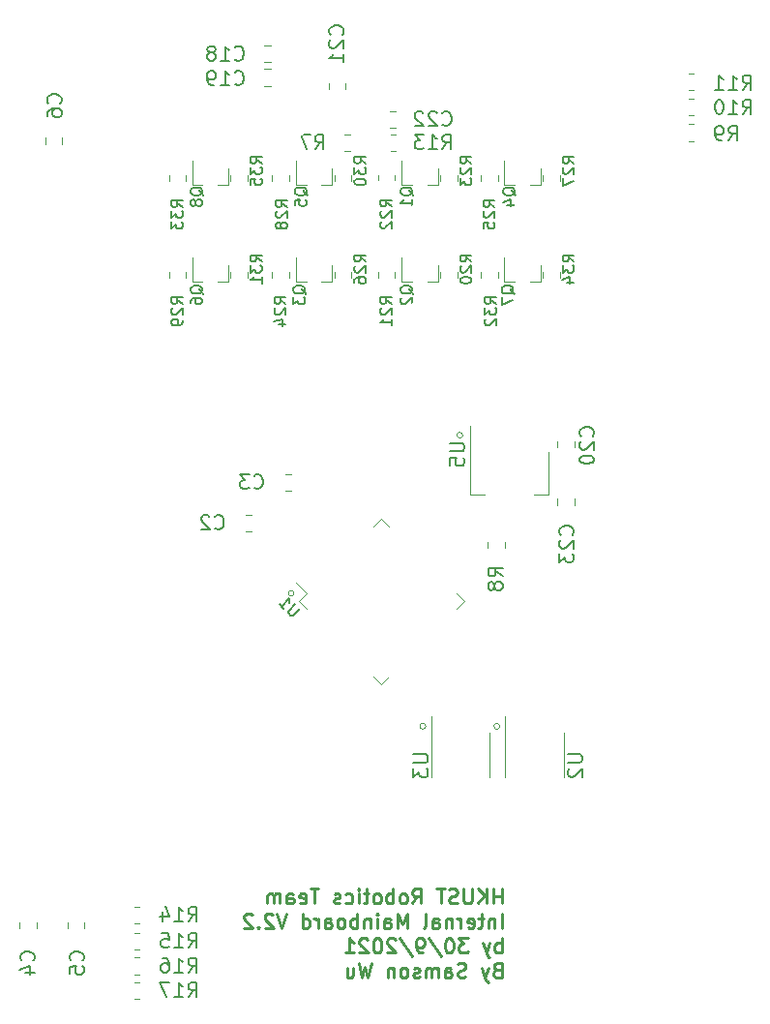
<source format=gbo>
G04 #@! TF.GenerationSoftware,KiCad,Pcbnew,(5.1.10)-1*
G04 #@! TF.CreationDate,2021-09-30T10:00:51+08:00*
G04 #@! TF.ProjectId,internal_mainboard_V2.2,696e7465-726e-4616-9c5f-6d61696e626f,rev?*
G04 #@! TF.SameCoordinates,Original*
G04 #@! TF.FileFunction,Legend,Bot*
G04 #@! TF.FilePolarity,Positive*
%FSLAX46Y46*%
G04 Gerber Fmt 4.6, Leading zero omitted, Abs format (unit mm)*
G04 Created by KiCad (PCBNEW (5.1.10)-1) date 2021-09-30 10:00:51*
%MOMM*%
%LPD*%
G01*
G04 APERTURE LIST*
%ADD10C,0.254000*%
%ADD11C,0.120000*%
%ADD12C,0.150000*%
%ADD13C,0.203200*%
%ADD14C,1.740000*%
%ADD15R,0.800000X0.900000*%
%ADD16R,1.700000X1.700000*%
%ADD17O,1.700000X1.700000*%
%ADD18C,1.500000*%
%ADD19C,3.200000*%
%ADD20R,3.800000X2.000000*%
%ADD21R,1.500000X2.000000*%
%ADD22R,3.800000X3.800000*%
%ADD23C,3.800000*%
%ADD24O,8.000000X3.800000*%
%ADD25R,1.600000X1.600000*%
%ADD26C,1.600000*%
G04 APERTURE END LIST*
D10*
X245150519Y-107318023D02*
X245150519Y-106048023D01*
X245150519Y-106652785D02*
X244424804Y-106652785D01*
X244424804Y-107318023D02*
X244424804Y-106048023D01*
X243820042Y-107318023D02*
X243820042Y-106048023D01*
X243094328Y-107318023D02*
X243638614Y-106592309D01*
X243094328Y-106048023D02*
X243820042Y-106773738D01*
X242550042Y-106048023D02*
X242550042Y-107076119D01*
X242489566Y-107197071D01*
X242429090Y-107257547D01*
X242308138Y-107318023D01*
X242066233Y-107318023D01*
X241945280Y-107257547D01*
X241884804Y-107197071D01*
X241824328Y-107076119D01*
X241824328Y-106048023D01*
X241280042Y-107257547D02*
X241098614Y-107318023D01*
X240796233Y-107318023D01*
X240675280Y-107257547D01*
X240614804Y-107197071D01*
X240554328Y-107076119D01*
X240554328Y-106955166D01*
X240614804Y-106834214D01*
X240675280Y-106773738D01*
X240796233Y-106713261D01*
X241038138Y-106652785D01*
X241159090Y-106592309D01*
X241219566Y-106531833D01*
X241280042Y-106410880D01*
X241280042Y-106289928D01*
X241219566Y-106168976D01*
X241159090Y-106108500D01*
X241038138Y-106048023D01*
X240735757Y-106048023D01*
X240554328Y-106108500D01*
X240191471Y-106048023D02*
X239465757Y-106048023D01*
X239828614Y-107318023D02*
X239828614Y-106048023D01*
X237349090Y-107318023D02*
X237772423Y-106713261D01*
X238074804Y-107318023D02*
X238074804Y-106048023D01*
X237590995Y-106048023D01*
X237470042Y-106108500D01*
X237409566Y-106168976D01*
X237349090Y-106289928D01*
X237349090Y-106471357D01*
X237409566Y-106592309D01*
X237470042Y-106652785D01*
X237590995Y-106713261D01*
X238074804Y-106713261D01*
X236623376Y-107318023D02*
X236744328Y-107257547D01*
X236804804Y-107197071D01*
X236865280Y-107076119D01*
X236865280Y-106713261D01*
X236804804Y-106592309D01*
X236744328Y-106531833D01*
X236623376Y-106471357D01*
X236441947Y-106471357D01*
X236320995Y-106531833D01*
X236260519Y-106592309D01*
X236200042Y-106713261D01*
X236200042Y-107076119D01*
X236260519Y-107197071D01*
X236320995Y-107257547D01*
X236441947Y-107318023D01*
X236623376Y-107318023D01*
X235655757Y-107318023D02*
X235655757Y-106048023D01*
X235655757Y-106531833D02*
X235534804Y-106471357D01*
X235292900Y-106471357D01*
X235171947Y-106531833D01*
X235111471Y-106592309D01*
X235050995Y-106713261D01*
X235050995Y-107076119D01*
X235111471Y-107197071D01*
X235171947Y-107257547D01*
X235292900Y-107318023D01*
X235534804Y-107318023D01*
X235655757Y-107257547D01*
X234325280Y-107318023D02*
X234446233Y-107257547D01*
X234506709Y-107197071D01*
X234567185Y-107076119D01*
X234567185Y-106713261D01*
X234506709Y-106592309D01*
X234446233Y-106531833D01*
X234325280Y-106471357D01*
X234143852Y-106471357D01*
X234022900Y-106531833D01*
X233962423Y-106592309D01*
X233901947Y-106713261D01*
X233901947Y-107076119D01*
X233962423Y-107197071D01*
X234022900Y-107257547D01*
X234143852Y-107318023D01*
X234325280Y-107318023D01*
X233539090Y-106471357D02*
X233055280Y-106471357D01*
X233357661Y-106048023D02*
X233357661Y-107136595D01*
X233297185Y-107257547D01*
X233176233Y-107318023D01*
X233055280Y-107318023D01*
X232631947Y-107318023D02*
X232631947Y-106471357D01*
X232631947Y-106048023D02*
X232692423Y-106108500D01*
X232631947Y-106168976D01*
X232571471Y-106108500D01*
X232631947Y-106048023D01*
X232631947Y-106168976D01*
X231482900Y-107257547D02*
X231603852Y-107318023D01*
X231845757Y-107318023D01*
X231966709Y-107257547D01*
X232027185Y-107197071D01*
X232087661Y-107076119D01*
X232087661Y-106713261D01*
X232027185Y-106592309D01*
X231966709Y-106531833D01*
X231845757Y-106471357D01*
X231603852Y-106471357D01*
X231482900Y-106531833D01*
X230999090Y-107257547D02*
X230878138Y-107318023D01*
X230636233Y-107318023D01*
X230515280Y-107257547D01*
X230454804Y-107136595D01*
X230454804Y-107076119D01*
X230515280Y-106955166D01*
X230636233Y-106894690D01*
X230817661Y-106894690D01*
X230938614Y-106834214D01*
X230999090Y-106713261D01*
X230999090Y-106652785D01*
X230938614Y-106531833D01*
X230817661Y-106471357D01*
X230636233Y-106471357D01*
X230515280Y-106531833D01*
X229124328Y-106048023D02*
X228398614Y-106048023D01*
X228761471Y-107318023D02*
X228761471Y-106048023D01*
X227491471Y-107257547D02*
X227612423Y-107318023D01*
X227854328Y-107318023D01*
X227975280Y-107257547D01*
X228035757Y-107136595D01*
X228035757Y-106652785D01*
X227975280Y-106531833D01*
X227854328Y-106471357D01*
X227612423Y-106471357D01*
X227491471Y-106531833D01*
X227430995Y-106652785D01*
X227430995Y-106773738D01*
X228035757Y-106894690D01*
X226342423Y-107318023D02*
X226342423Y-106652785D01*
X226402900Y-106531833D01*
X226523852Y-106471357D01*
X226765757Y-106471357D01*
X226886709Y-106531833D01*
X226342423Y-107257547D02*
X226463376Y-107318023D01*
X226765757Y-107318023D01*
X226886709Y-107257547D01*
X226947185Y-107136595D01*
X226947185Y-107015642D01*
X226886709Y-106894690D01*
X226765757Y-106834214D01*
X226463376Y-106834214D01*
X226342423Y-106773738D01*
X225737661Y-107318023D02*
X225737661Y-106471357D01*
X225737661Y-106592309D02*
X225677185Y-106531833D01*
X225556233Y-106471357D01*
X225374804Y-106471357D01*
X225253852Y-106531833D01*
X225193376Y-106652785D01*
X225193376Y-107318023D01*
X225193376Y-106652785D02*
X225132900Y-106531833D01*
X225011947Y-106471357D01*
X224830519Y-106471357D01*
X224709566Y-106531833D01*
X224649090Y-106652785D01*
X224649090Y-107318023D01*
X245150519Y-109477023D02*
X245150519Y-108207023D01*
X244545757Y-108630357D02*
X244545757Y-109477023D01*
X244545757Y-108751309D02*
X244485280Y-108690833D01*
X244364328Y-108630357D01*
X244182900Y-108630357D01*
X244061947Y-108690833D01*
X244001471Y-108811785D01*
X244001471Y-109477023D01*
X243578138Y-108630357D02*
X243094328Y-108630357D01*
X243396709Y-108207023D02*
X243396709Y-109295595D01*
X243336233Y-109416547D01*
X243215280Y-109477023D01*
X243094328Y-109477023D01*
X242187185Y-109416547D02*
X242308138Y-109477023D01*
X242550042Y-109477023D01*
X242670995Y-109416547D01*
X242731471Y-109295595D01*
X242731471Y-108811785D01*
X242670995Y-108690833D01*
X242550042Y-108630357D01*
X242308138Y-108630357D01*
X242187185Y-108690833D01*
X242126709Y-108811785D01*
X242126709Y-108932738D01*
X242731471Y-109053690D01*
X241582423Y-109477023D02*
X241582423Y-108630357D01*
X241582423Y-108872261D02*
X241521947Y-108751309D01*
X241461471Y-108690833D01*
X241340519Y-108630357D01*
X241219566Y-108630357D01*
X240796233Y-108630357D02*
X240796233Y-109477023D01*
X240796233Y-108751309D02*
X240735757Y-108690833D01*
X240614804Y-108630357D01*
X240433376Y-108630357D01*
X240312423Y-108690833D01*
X240251947Y-108811785D01*
X240251947Y-109477023D01*
X239102899Y-109477023D02*
X239102899Y-108811785D01*
X239163376Y-108690833D01*
X239284328Y-108630357D01*
X239526233Y-108630357D01*
X239647185Y-108690833D01*
X239102899Y-109416547D02*
X239223852Y-109477023D01*
X239526233Y-109477023D01*
X239647185Y-109416547D01*
X239707661Y-109295595D01*
X239707661Y-109174642D01*
X239647185Y-109053690D01*
X239526233Y-108993214D01*
X239223852Y-108993214D01*
X239102899Y-108932738D01*
X238316709Y-109477023D02*
X238437661Y-109416547D01*
X238498138Y-109295595D01*
X238498138Y-108207023D01*
X236865280Y-109477023D02*
X236865280Y-108207023D01*
X236441947Y-109114166D01*
X236018614Y-108207023D01*
X236018614Y-109477023D01*
X234869566Y-109477023D02*
X234869566Y-108811785D01*
X234930042Y-108690833D01*
X235050995Y-108630357D01*
X235292899Y-108630357D01*
X235413852Y-108690833D01*
X234869566Y-109416547D02*
X234990519Y-109477023D01*
X235292899Y-109477023D01*
X235413852Y-109416547D01*
X235474328Y-109295595D01*
X235474328Y-109174642D01*
X235413852Y-109053690D01*
X235292899Y-108993214D01*
X234990519Y-108993214D01*
X234869566Y-108932738D01*
X234264804Y-109477023D02*
X234264804Y-108630357D01*
X234264804Y-108207023D02*
X234325280Y-108267500D01*
X234264804Y-108327976D01*
X234204328Y-108267500D01*
X234264804Y-108207023D01*
X234264804Y-108327976D01*
X233660042Y-108630357D02*
X233660042Y-109477023D01*
X233660042Y-108751309D02*
X233599566Y-108690833D01*
X233478614Y-108630357D01*
X233297185Y-108630357D01*
X233176233Y-108690833D01*
X233115757Y-108811785D01*
X233115757Y-109477023D01*
X232510995Y-109477023D02*
X232510995Y-108207023D01*
X232510995Y-108690833D02*
X232390042Y-108630357D01*
X232148138Y-108630357D01*
X232027185Y-108690833D01*
X231966709Y-108751309D01*
X231906233Y-108872261D01*
X231906233Y-109235119D01*
X231966709Y-109356071D01*
X232027185Y-109416547D01*
X232148138Y-109477023D01*
X232390042Y-109477023D01*
X232510995Y-109416547D01*
X231180519Y-109477023D02*
X231301471Y-109416547D01*
X231361947Y-109356071D01*
X231422423Y-109235119D01*
X231422423Y-108872261D01*
X231361947Y-108751309D01*
X231301471Y-108690833D01*
X231180519Y-108630357D01*
X230999090Y-108630357D01*
X230878138Y-108690833D01*
X230817661Y-108751309D01*
X230757185Y-108872261D01*
X230757185Y-109235119D01*
X230817661Y-109356071D01*
X230878138Y-109416547D01*
X230999090Y-109477023D01*
X231180519Y-109477023D01*
X229668614Y-109477023D02*
X229668614Y-108811785D01*
X229729090Y-108690833D01*
X229850042Y-108630357D01*
X230091947Y-108630357D01*
X230212899Y-108690833D01*
X229668614Y-109416547D02*
X229789566Y-109477023D01*
X230091947Y-109477023D01*
X230212899Y-109416547D01*
X230273376Y-109295595D01*
X230273376Y-109174642D01*
X230212899Y-109053690D01*
X230091947Y-108993214D01*
X229789566Y-108993214D01*
X229668614Y-108932738D01*
X229063852Y-109477023D02*
X229063852Y-108630357D01*
X229063852Y-108872261D02*
X229003376Y-108751309D01*
X228942899Y-108690833D01*
X228821947Y-108630357D01*
X228700995Y-108630357D01*
X227733376Y-109477023D02*
X227733376Y-108207023D01*
X227733376Y-109416547D02*
X227854328Y-109477023D01*
X228096233Y-109477023D01*
X228217185Y-109416547D01*
X228277661Y-109356071D01*
X228338138Y-109235119D01*
X228338138Y-108872261D01*
X228277661Y-108751309D01*
X228217185Y-108690833D01*
X228096233Y-108630357D01*
X227854328Y-108630357D01*
X227733376Y-108690833D01*
X226342423Y-108207023D02*
X225919090Y-109477023D01*
X225495757Y-108207023D01*
X225132899Y-108327976D02*
X225072423Y-108267500D01*
X224951471Y-108207023D01*
X224649090Y-108207023D01*
X224528138Y-108267500D01*
X224467661Y-108327976D01*
X224407185Y-108448928D01*
X224407185Y-108569880D01*
X224467661Y-108751309D01*
X225193376Y-109477023D01*
X224407185Y-109477023D01*
X223862899Y-109356071D02*
X223802423Y-109416547D01*
X223862899Y-109477023D01*
X223923376Y-109416547D01*
X223862899Y-109356071D01*
X223862899Y-109477023D01*
X223318614Y-108327976D02*
X223258138Y-108267500D01*
X223137185Y-108207023D01*
X222834804Y-108207023D01*
X222713852Y-108267500D01*
X222653376Y-108327976D01*
X222592899Y-108448928D01*
X222592899Y-108569880D01*
X222653376Y-108751309D01*
X223379090Y-109477023D01*
X222592899Y-109477023D01*
X245150519Y-111636023D02*
X245150519Y-110366023D01*
X245150519Y-110849833D02*
X245029566Y-110789357D01*
X244787661Y-110789357D01*
X244666709Y-110849833D01*
X244606233Y-110910309D01*
X244545757Y-111031261D01*
X244545757Y-111394119D01*
X244606233Y-111515071D01*
X244666709Y-111575547D01*
X244787661Y-111636023D01*
X245029566Y-111636023D01*
X245150519Y-111575547D01*
X244122423Y-110789357D02*
X243820042Y-111636023D01*
X243517661Y-110789357D02*
X243820042Y-111636023D01*
X243940995Y-111938404D01*
X244001471Y-111998880D01*
X244122423Y-112059357D01*
X242187185Y-110366023D02*
X241400995Y-110366023D01*
X241824328Y-110849833D01*
X241642899Y-110849833D01*
X241521947Y-110910309D01*
X241461471Y-110970785D01*
X241400995Y-111091738D01*
X241400995Y-111394119D01*
X241461471Y-111515071D01*
X241521947Y-111575547D01*
X241642899Y-111636023D01*
X242005757Y-111636023D01*
X242126709Y-111575547D01*
X242187185Y-111515071D01*
X240614804Y-110366023D02*
X240493852Y-110366023D01*
X240372899Y-110426500D01*
X240312423Y-110486976D01*
X240251947Y-110607928D01*
X240191471Y-110849833D01*
X240191471Y-111152214D01*
X240251947Y-111394119D01*
X240312423Y-111515071D01*
X240372899Y-111575547D01*
X240493852Y-111636023D01*
X240614804Y-111636023D01*
X240735757Y-111575547D01*
X240796233Y-111515071D01*
X240856709Y-111394119D01*
X240917185Y-111152214D01*
X240917185Y-110849833D01*
X240856709Y-110607928D01*
X240796233Y-110486976D01*
X240735757Y-110426500D01*
X240614804Y-110366023D01*
X238740042Y-110305547D02*
X239828614Y-111938404D01*
X238256233Y-111636023D02*
X238014328Y-111636023D01*
X237893376Y-111575547D01*
X237832899Y-111515071D01*
X237711947Y-111333642D01*
X237651471Y-111091738D01*
X237651471Y-110607928D01*
X237711947Y-110486976D01*
X237772423Y-110426500D01*
X237893376Y-110366023D01*
X238135280Y-110366023D01*
X238256233Y-110426500D01*
X238316709Y-110486976D01*
X238377185Y-110607928D01*
X238377185Y-110910309D01*
X238316709Y-111031261D01*
X238256233Y-111091738D01*
X238135280Y-111152214D01*
X237893376Y-111152214D01*
X237772423Y-111091738D01*
X237711947Y-111031261D01*
X237651471Y-110910309D01*
X236200042Y-110305547D02*
X237288614Y-111938404D01*
X235837185Y-110486976D02*
X235776709Y-110426500D01*
X235655757Y-110366023D01*
X235353376Y-110366023D01*
X235232423Y-110426500D01*
X235171947Y-110486976D01*
X235111471Y-110607928D01*
X235111471Y-110728880D01*
X235171947Y-110910309D01*
X235897661Y-111636023D01*
X235111471Y-111636023D01*
X234325280Y-110366023D02*
X234204328Y-110366023D01*
X234083376Y-110426500D01*
X234022899Y-110486976D01*
X233962423Y-110607928D01*
X233901947Y-110849833D01*
X233901947Y-111152214D01*
X233962423Y-111394119D01*
X234022899Y-111515071D01*
X234083376Y-111575547D01*
X234204328Y-111636023D01*
X234325280Y-111636023D01*
X234446233Y-111575547D01*
X234506709Y-111515071D01*
X234567185Y-111394119D01*
X234627661Y-111152214D01*
X234627661Y-110849833D01*
X234567185Y-110607928D01*
X234506709Y-110486976D01*
X234446233Y-110426500D01*
X234325280Y-110366023D01*
X233418138Y-110486976D02*
X233357661Y-110426500D01*
X233236709Y-110366023D01*
X232934328Y-110366023D01*
X232813376Y-110426500D01*
X232752899Y-110486976D01*
X232692423Y-110607928D01*
X232692423Y-110728880D01*
X232752899Y-110910309D01*
X233478614Y-111636023D01*
X232692423Y-111636023D01*
X231482899Y-111636023D02*
X232208614Y-111636023D01*
X231845757Y-111636023D02*
X231845757Y-110366023D01*
X231966709Y-110547452D01*
X232087661Y-110668404D01*
X232208614Y-110728880D01*
X244727185Y-113129785D02*
X244545757Y-113190261D01*
X244485280Y-113250738D01*
X244424804Y-113371690D01*
X244424804Y-113553119D01*
X244485280Y-113674071D01*
X244545757Y-113734547D01*
X244666709Y-113795023D01*
X245150519Y-113795023D01*
X245150519Y-112525023D01*
X244727185Y-112525023D01*
X244606233Y-112585500D01*
X244545757Y-112645976D01*
X244485280Y-112766928D01*
X244485280Y-112887880D01*
X244545757Y-113008833D01*
X244606233Y-113069309D01*
X244727185Y-113129785D01*
X245150519Y-113129785D01*
X244001471Y-112948357D02*
X243699090Y-113795023D01*
X243396709Y-112948357D02*
X243699090Y-113795023D01*
X243820042Y-114097404D01*
X243880519Y-114157880D01*
X244001471Y-114218357D01*
X242005757Y-113734547D02*
X241824328Y-113795023D01*
X241521947Y-113795023D01*
X241400995Y-113734547D01*
X241340519Y-113674071D01*
X241280042Y-113553119D01*
X241280042Y-113432166D01*
X241340519Y-113311214D01*
X241400995Y-113250738D01*
X241521947Y-113190261D01*
X241763852Y-113129785D01*
X241884804Y-113069309D01*
X241945280Y-113008833D01*
X242005757Y-112887880D01*
X242005757Y-112766928D01*
X241945280Y-112645976D01*
X241884804Y-112585500D01*
X241763852Y-112525023D01*
X241461471Y-112525023D01*
X241280042Y-112585500D01*
X240191471Y-113795023D02*
X240191471Y-113129785D01*
X240251947Y-113008833D01*
X240372900Y-112948357D01*
X240614804Y-112948357D01*
X240735757Y-113008833D01*
X240191471Y-113734547D02*
X240312423Y-113795023D01*
X240614804Y-113795023D01*
X240735757Y-113734547D01*
X240796233Y-113613595D01*
X240796233Y-113492642D01*
X240735757Y-113371690D01*
X240614804Y-113311214D01*
X240312423Y-113311214D01*
X240191471Y-113250738D01*
X239586709Y-113795023D02*
X239586709Y-112948357D01*
X239586709Y-113069309D02*
X239526233Y-113008833D01*
X239405280Y-112948357D01*
X239223852Y-112948357D01*
X239102900Y-113008833D01*
X239042423Y-113129785D01*
X239042423Y-113795023D01*
X239042423Y-113129785D02*
X238981947Y-113008833D01*
X238860995Y-112948357D01*
X238679566Y-112948357D01*
X238558614Y-113008833D01*
X238498138Y-113129785D01*
X238498138Y-113795023D01*
X237953852Y-113734547D02*
X237832900Y-113795023D01*
X237590995Y-113795023D01*
X237470042Y-113734547D01*
X237409566Y-113613595D01*
X237409566Y-113553119D01*
X237470042Y-113432166D01*
X237590995Y-113371690D01*
X237772423Y-113371690D01*
X237893376Y-113311214D01*
X237953852Y-113190261D01*
X237953852Y-113129785D01*
X237893376Y-113008833D01*
X237772423Y-112948357D01*
X237590995Y-112948357D01*
X237470042Y-113008833D01*
X236683852Y-113795023D02*
X236804804Y-113734547D01*
X236865280Y-113674071D01*
X236925757Y-113553119D01*
X236925757Y-113190261D01*
X236865280Y-113069309D01*
X236804804Y-113008833D01*
X236683852Y-112948357D01*
X236502423Y-112948357D01*
X236381471Y-113008833D01*
X236320995Y-113069309D01*
X236260519Y-113190261D01*
X236260519Y-113553119D01*
X236320995Y-113674071D01*
X236381471Y-113734547D01*
X236502423Y-113795023D01*
X236683852Y-113795023D01*
X235716233Y-112948357D02*
X235716233Y-113795023D01*
X235716233Y-113069309D02*
X235655757Y-113008833D01*
X235534804Y-112948357D01*
X235353376Y-112948357D01*
X235232423Y-113008833D01*
X235171947Y-113129785D01*
X235171947Y-113795023D01*
X233720519Y-112525023D02*
X233418138Y-113795023D01*
X233176233Y-112887880D01*
X232934328Y-113795023D01*
X232631947Y-112525023D01*
X231603852Y-112948357D02*
X231603852Y-113795023D01*
X232148138Y-112948357D02*
X232148138Y-113613595D01*
X232087661Y-113734547D01*
X231966709Y-113795023D01*
X231785280Y-113795023D01*
X231664328Y-113734547D01*
X231603852Y-113674071D01*
D11*
X221211000Y-52934000D02*
X221211000Y-51474000D01*
X218051000Y-52934000D02*
X218051000Y-50774000D01*
X218051000Y-52934000D02*
X218981000Y-52934000D01*
X221211000Y-52934000D02*
X220281000Y-52934000D01*
X243359000Y-52551064D02*
X243359000Y-52096936D01*
X244829000Y-52551064D02*
X244829000Y-52096936D01*
X248547000Y-44463100D02*
X248547000Y-43003100D01*
X245387000Y-44463100D02*
X245387000Y-42303100D01*
X245387000Y-44463100D02*
X246317000Y-44463100D01*
X248547000Y-44463100D02*
X247617000Y-44463100D01*
X242398500Y-65559500D02*
X242398500Y-71569500D01*
X249218500Y-67809500D02*
X249218500Y-71569500D01*
X242398500Y-71569500D02*
X243658500Y-71569500D01*
X249218500Y-71569500D02*
X247958500Y-71569500D01*
X241744500Y-66357500D02*
G75*
G03*
X241744500Y-66357500I-254000J0D01*
G01*
X244114000Y-94361000D02*
X244114000Y-96311000D01*
X244114000Y-94361000D02*
X244114000Y-92411000D01*
X238994000Y-94361000D02*
X238994000Y-96311000D01*
X238994000Y-94361000D02*
X238994000Y-90911000D01*
X238506000Y-91821000D02*
G75*
G03*
X238506000Y-91821000I-254000J0D01*
G01*
X250591000Y-94361000D02*
X250591000Y-96311000D01*
X250591000Y-94361000D02*
X250591000Y-92411000D01*
X245471000Y-94361000D02*
X245471000Y-96311000D01*
X245471000Y-94361000D02*
X245471000Y-90911000D01*
X244983000Y-91821000D02*
G75*
G03*
X244983000Y-91821000I-254000J0D01*
G01*
X241187380Y-80227249D02*
X241859131Y-80899000D01*
X241859131Y-80899000D02*
X241187380Y-81570751D01*
X235304251Y-74344120D02*
X234632500Y-73672369D01*
X234632500Y-73672369D02*
X233960749Y-74344120D01*
X233960749Y-87453880D02*
X234632500Y-88125631D01*
X234632500Y-88125631D02*
X235304251Y-87453880D01*
X228077620Y-81570751D02*
X227405869Y-80899000D01*
X227405869Y-80899000D02*
X228077620Y-80227249D01*
X228077620Y-80227249D02*
X227130097Y-79279725D01*
X226983875Y-80180580D02*
G75*
G03*
X226983875Y-80180580I-254000J0D01*
G01*
X221436000Y-44080164D02*
X221436000Y-43626036D01*
X222906000Y-44080164D02*
X222906000Y-43626036D01*
X248772000Y-52551064D02*
X248772000Y-52096936D01*
X250242000Y-52551064D02*
X250242000Y-52096936D01*
X216054000Y-44080164D02*
X216054000Y-43626036D01*
X217524000Y-44080164D02*
X217524000Y-43626036D01*
X221436000Y-52551064D02*
X221436000Y-52096936D01*
X222906000Y-52551064D02*
X222906000Y-52096936D01*
X230548000Y-44080164D02*
X230548000Y-43626036D01*
X232018000Y-44080164D02*
X232018000Y-43626036D01*
X216054000Y-52551064D02*
X216054000Y-52096936D01*
X217524000Y-52551064D02*
X217524000Y-52096936D01*
X225071000Y-44080164D02*
X225071000Y-43626036D01*
X226541000Y-44080164D02*
X226541000Y-43626036D01*
X248772000Y-44080164D02*
X248772000Y-43626036D01*
X250242000Y-44080164D02*
X250242000Y-43626036D01*
X230548000Y-52551064D02*
X230548000Y-52096936D01*
X232018000Y-52551064D02*
X232018000Y-52096936D01*
X243359000Y-44080164D02*
X243359000Y-43626036D01*
X244829000Y-44080164D02*
X244829000Y-43626036D01*
X225071000Y-52551064D02*
X225071000Y-52096936D01*
X226541000Y-52551064D02*
X226541000Y-52096936D01*
X239803000Y-44080164D02*
X239803000Y-43626036D01*
X241273000Y-44080164D02*
X241273000Y-43626036D01*
X234342000Y-44042064D02*
X234342000Y-43587936D01*
X235812000Y-44042064D02*
X235812000Y-43587936D01*
X234342000Y-52551064D02*
X234342000Y-52096936D01*
X235812000Y-52551064D02*
X235812000Y-52096936D01*
X239803000Y-52551064D02*
X239803000Y-52096936D01*
X241273000Y-52551064D02*
X241273000Y-52096936D01*
X213460064Y-115670000D02*
X213005936Y-115670000D01*
X213460064Y-114200000D02*
X213005936Y-114200000D01*
X213460064Y-113511000D02*
X213005936Y-113511000D01*
X213460064Y-112041000D02*
X213005936Y-112041000D01*
X213460064Y-111352000D02*
X213005936Y-111352000D01*
X213460064Y-109882000D02*
X213005936Y-109882000D01*
X213460064Y-109066000D02*
X213005936Y-109066000D01*
X213460064Y-107596000D02*
X213005936Y-107596000D01*
X235862064Y-41502000D02*
X235407936Y-41502000D01*
X235862064Y-40032000D02*
X235407936Y-40032000D01*
X261519936Y-34698000D02*
X261974064Y-34698000D01*
X261519936Y-36168000D02*
X261974064Y-36168000D01*
X261519936Y-36920500D02*
X261974064Y-36920500D01*
X261519936Y-38390500D02*
X261974064Y-38390500D01*
X261519936Y-39143000D02*
X261974064Y-39143000D01*
X261519936Y-40613000D02*
X261974064Y-40613000D01*
X243930500Y-76173064D02*
X243930500Y-75718936D01*
X245400500Y-76173064D02*
X245400500Y-75718936D01*
X231420936Y-40032000D02*
X231875064Y-40032000D01*
X231420936Y-41502000D02*
X231875064Y-41502000D01*
X221211000Y-44463100D02*
X221211000Y-43003100D01*
X218051000Y-44463100D02*
X218051000Y-42303100D01*
X218051000Y-44463100D02*
X218981000Y-44463100D01*
X221211000Y-44463100D02*
X220281000Y-44463100D01*
X248547000Y-52934000D02*
X248547000Y-51474000D01*
X245387000Y-52934000D02*
X245387000Y-50774000D01*
X245387000Y-52934000D02*
X246317000Y-52934000D01*
X248547000Y-52934000D02*
X247617000Y-52934000D01*
X230323000Y-44463100D02*
X230323000Y-43003100D01*
X227163000Y-44463100D02*
X227163000Y-42303100D01*
X227163000Y-44463100D02*
X228093000Y-44463100D01*
X230323000Y-44463100D02*
X229393000Y-44463100D01*
X230323000Y-52934000D02*
X230323000Y-51474000D01*
X227163000Y-52934000D02*
X227163000Y-50774000D01*
X227163000Y-52934000D02*
X228093000Y-52934000D01*
X230323000Y-52934000D02*
X229393000Y-52934000D01*
X239578000Y-52934000D02*
X239578000Y-51474000D01*
X236418000Y-52934000D02*
X236418000Y-50774000D01*
X236418000Y-52934000D02*
X237348000Y-52934000D01*
X239578000Y-52934000D02*
X238648000Y-52934000D01*
X239578000Y-44463100D02*
X239578000Y-43003100D01*
X236418000Y-44463100D02*
X236418000Y-42303100D01*
X236418000Y-44463100D02*
X237348000Y-44463100D01*
X239578000Y-44463100D02*
X238648000Y-44463100D01*
X251496500Y-72445752D02*
X251496500Y-71923248D01*
X250026500Y-72445752D02*
X250026500Y-71923248D01*
X235871252Y-38000000D02*
X235348748Y-38000000D01*
X235871252Y-39470000D02*
X235348748Y-39470000D01*
X231494000Y-36075252D02*
X231494000Y-35552748D01*
X230024000Y-36075252D02*
X230024000Y-35552748D01*
X250026500Y-66873248D02*
X250026500Y-67395752D01*
X251496500Y-66873248D02*
X251496500Y-67395752D01*
X224386748Y-35809000D02*
X224909252Y-35809000D01*
X224386748Y-34339000D02*
X224909252Y-34339000D01*
X224386748Y-33713500D02*
X224909252Y-33713500D01*
X224386748Y-32243500D02*
X224909252Y-32243500D01*
X206665500Y-40859252D02*
X206665500Y-40336748D01*
X205195500Y-40859252D02*
X205195500Y-40336748D01*
X208634000Y-109459752D02*
X208634000Y-108937248D01*
X207164000Y-109459752D02*
X207164000Y-108937248D01*
X204443000Y-109459752D02*
X204443000Y-108937248D01*
X202973000Y-109459752D02*
X202973000Y-108937248D01*
X226702252Y-69750000D02*
X226179748Y-69750000D01*
X226702252Y-71220000D02*
X226179748Y-71220000D01*
X223251752Y-73306000D02*
X222729248Y-73306000D01*
X223251752Y-74776000D02*
X222729248Y-74776000D01*
D12*
X219035619Y-54006761D02*
X218988000Y-53911523D01*
X218892761Y-53816285D01*
X218749904Y-53673428D01*
X218702285Y-53578190D01*
X218702285Y-53482952D01*
X218940380Y-53530571D02*
X218892761Y-53435333D01*
X218797523Y-53340095D01*
X218607047Y-53292476D01*
X218273714Y-53292476D01*
X218083238Y-53340095D01*
X217988000Y-53435333D01*
X217940380Y-53530571D01*
X217940380Y-53721047D01*
X217988000Y-53816285D01*
X218083238Y-53911523D01*
X218273714Y-53959142D01*
X218607047Y-53959142D01*
X218797523Y-53911523D01*
X218892761Y-53816285D01*
X218940380Y-53721047D01*
X218940380Y-53530571D01*
X217940380Y-54816285D02*
X217940380Y-54625809D01*
X217988000Y-54530571D01*
X218035619Y-54482952D01*
X218178476Y-54387714D01*
X218368952Y-54340095D01*
X218749904Y-54340095D01*
X218845142Y-54387714D01*
X218892761Y-54435333D01*
X218940380Y-54530571D01*
X218940380Y-54721047D01*
X218892761Y-54816285D01*
X218845142Y-54863904D01*
X218749904Y-54911523D01*
X218511809Y-54911523D01*
X218416571Y-54863904D01*
X218368952Y-54816285D01*
X218321333Y-54721047D01*
X218321333Y-54530571D01*
X218368952Y-54435333D01*
X218416571Y-54387714D01*
X218511809Y-54340095D01*
X244673380Y-54856142D02*
X244197190Y-54522809D01*
X244673380Y-54284714D02*
X243673380Y-54284714D01*
X243673380Y-54665666D01*
X243721000Y-54760904D01*
X243768619Y-54808523D01*
X243863857Y-54856142D01*
X244006714Y-54856142D01*
X244101952Y-54808523D01*
X244149571Y-54760904D01*
X244197190Y-54665666D01*
X244197190Y-54284714D01*
X243673380Y-55189476D02*
X243673380Y-55808523D01*
X244054333Y-55475190D01*
X244054333Y-55618047D01*
X244101952Y-55713285D01*
X244149571Y-55760904D01*
X244244809Y-55808523D01*
X244482904Y-55808523D01*
X244578142Y-55760904D01*
X244625761Y-55713285D01*
X244673380Y-55618047D01*
X244673380Y-55332333D01*
X244625761Y-55237095D01*
X244578142Y-55189476D01*
X243768619Y-56189476D02*
X243721000Y-56237095D01*
X243673380Y-56332333D01*
X243673380Y-56570428D01*
X243721000Y-56665666D01*
X243768619Y-56713285D01*
X243863857Y-56760904D01*
X243959095Y-56760904D01*
X244101952Y-56713285D01*
X244673380Y-56141857D01*
X244673380Y-56760904D01*
X246371619Y-45408861D02*
X246324000Y-45313623D01*
X246228761Y-45218385D01*
X246085904Y-45075528D01*
X246038285Y-44980290D01*
X246038285Y-44885052D01*
X246276380Y-44932671D02*
X246228761Y-44837433D01*
X246133523Y-44742195D01*
X245943047Y-44694576D01*
X245609714Y-44694576D01*
X245419238Y-44742195D01*
X245324000Y-44837433D01*
X245276380Y-44932671D01*
X245276380Y-45123147D01*
X245324000Y-45218385D01*
X245419238Y-45313623D01*
X245609714Y-45361242D01*
X245943047Y-45361242D01*
X246133523Y-45313623D01*
X246228761Y-45218385D01*
X246276380Y-45123147D01*
X246276380Y-44932671D01*
X245609714Y-46218385D02*
X246276380Y-46218385D01*
X245228761Y-45980290D02*
X245943047Y-45742195D01*
X245943047Y-46361242D01*
D13*
X240613023Y-67040880D02*
X241641119Y-67040880D01*
X241762071Y-67101357D01*
X241822547Y-67161833D01*
X241883023Y-67282785D01*
X241883023Y-67524690D01*
X241822547Y-67645642D01*
X241762071Y-67706119D01*
X241641119Y-67766595D01*
X240613023Y-67766595D01*
X240613023Y-68976119D02*
X240613023Y-68371357D01*
X241217785Y-68310880D01*
X241157309Y-68371357D01*
X241096833Y-68492309D01*
X241096833Y-68794690D01*
X241157309Y-68915642D01*
X241217785Y-68976119D01*
X241338738Y-69036595D01*
X241641119Y-69036595D01*
X241762071Y-68976119D01*
X241822547Y-68915642D01*
X241883023Y-68794690D01*
X241883023Y-68492309D01*
X241822547Y-68371357D01*
X241762071Y-68310880D01*
X237429523Y-94282380D02*
X238457619Y-94282380D01*
X238578571Y-94342857D01*
X238639047Y-94403333D01*
X238699523Y-94524285D01*
X238699523Y-94766190D01*
X238639047Y-94887142D01*
X238578571Y-94947619D01*
X238457619Y-95008095D01*
X237429523Y-95008095D01*
X237429523Y-95491904D02*
X237429523Y-96278095D01*
X237913333Y-95854761D01*
X237913333Y-96036190D01*
X237973809Y-96157142D01*
X238034285Y-96217619D01*
X238155238Y-96278095D01*
X238457619Y-96278095D01*
X238578571Y-96217619D01*
X238639047Y-96157142D01*
X238699523Y-96036190D01*
X238699523Y-95673333D01*
X238639047Y-95552380D01*
X238578571Y-95491904D01*
X250955023Y-94282380D02*
X251983119Y-94282380D01*
X252104071Y-94342857D01*
X252164547Y-94403333D01*
X252225023Y-94524285D01*
X252225023Y-94766190D01*
X252164547Y-94887142D01*
X252104071Y-94947619D01*
X251983119Y-95008095D01*
X250955023Y-95008095D01*
X251075976Y-95552380D02*
X251015500Y-95612857D01*
X250955023Y-95733809D01*
X250955023Y-96036190D01*
X251015500Y-96157142D01*
X251075976Y-96217619D01*
X251196928Y-96278095D01*
X251317880Y-96278095D01*
X251499309Y-96217619D01*
X252225023Y-95491904D01*
X252225023Y-96278095D01*
D12*
X227493973Y-81558522D02*
X226921553Y-82130942D01*
X226820538Y-82164614D01*
X226753194Y-82164614D01*
X226652179Y-82130942D01*
X226517492Y-81996255D01*
X226483820Y-81895240D01*
X226483820Y-81827896D01*
X226517492Y-81726881D01*
X227089912Y-81154461D01*
X225675698Y-81154461D02*
X226079759Y-81558522D01*
X225877729Y-81356492D02*
X226584835Y-80649385D01*
X226551164Y-80817744D01*
X226551164Y-80952431D01*
X226584835Y-81053446D01*
X224147380Y-42575242D02*
X223671190Y-42241909D01*
X224147380Y-42003814D02*
X223147380Y-42003814D01*
X223147380Y-42384766D01*
X223195000Y-42480004D01*
X223242619Y-42527623D01*
X223337857Y-42575242D01*
X223480714Y-42575242D01*
X223575952Y-42527623D01*
X223623571Y-42480004D01*
X223671190Y-42384766D01*
X223671190Y-42003814D01*
X223147380Y-42908576D02*
X223147380Y-43527623D01*
X223528333Y-43194290D01*
X223528333Y-43337147D01*
X223575952Y-43432385D01*
X223623571Y-43480004D01*
X223718809Y-43527623D01*
X223956904Y-43527623D01*
X224052142Y-43480004D01*
X224099761Y-43432385D01*
X224147380Y-43337147D01*
X224147380Y-43051433D01*
X224099761Y-42956195D01*
X224052142Y-42908576D01*
X223147380Y-44432385D02*
X223147380Y-43956195D01*
X223623571Y-43908576D01*
X223575952Y-43956195D01*
X223528333Y-44051433D01*
X223528333Y-44289528D01*
X223575952Y-44384766D01*
X223623571Y-44432385D01*
X223718809Y-44480004D01*
X223956904Y-44480004D01*
X224052142Y-44432385D01*
X224099761Y-44384766D01*
X224147380Y-44289528D01*
X224147380Y-44051433D01*
X224099761Y-43956195D01*
X224052142Y-43908576D01*
X251483380Y-51173142D02*
X251007190Y-50839809D01*
X251483380Y-50601714D02*
X250483380Y-50601714D01*
X250483380Y-50982666D01*
X250531000Y-51077904D01*
X250578619Y-51125523D01*
X250673857Y-51173142D01*
X250816714Y-51173142D01*
X250911952Y-51125523D01*
X250959571Y-51077904D01*
X251007190Y-50982666D01*
X251007190Y-50601714D01*
X250483380Y-51506476D02*
X250483380Y-52125523D01*
X250864333Y-51792190D01*
X250864333Y-51935047D01*
X250911952Y-52030285D01*
X250959571Y-52077904D01*
X251054809Y-52125523D01*
X251292904Y-52125523D01*
X251388142Y-52077904D01*
X251435761Y-52030285D01*
X251483380Y-51935047D01*
X251483380Y-51649333D01*
X251435761Y-51554095D01*
X251388142Y-51506476D01*
X250816714Y-52982666D02*
X251483380Y-52982666D01*
X250435761Y-52744571D02*
X251150047Y-52506476D01*
X251150047Y-53125523D01*
X217241380Y-46385242D02*
X216765190Y-46051909D01*
X217241380Y-45813814D02*
X216241380Y-45813814D01*
X216241380Y-46194766D01*
X216289000Y-46290004D01*
X216336619Y-46337623D01*
X216431857Y-46385242D01*
X216574714Y-46385242D01*
X216669952Y-46337623D01*
X216717571Y-46290004D01*
X216765190Y-46194766D01*
X216765190Y-45813814D01*
X216241380Y-46718576D02*
X216241380Y-47337623D01*
X216622333Y-47004290D01*
X216622333Y-47147147D01*
X216669952Y-47242385D01*
X216717571Y-47290004D01*
X216812809Y-47337623D01*
X217050904Y-47337623D01*
X217146142Y-47290004D01*
X217193761Y-47242385D01*
X217241380Y-47147147D01*
X217241380Y-46861433D01*
X217193761Y-46766195D01*
X217146142Y-46718576D01*
X216241380Y-47670957D02*
X216241380Y-48290004D01*
X216622333Y-47956671D01*
X216622333Y-48099528D01*
X216669952Y-48194766D01*
X216717571Y-48242385D01*
X216812809Y-48290004D01*
X217050904Y-48290004D01*
X217146142Y-48242385D01*
X217193761Y-48194766D01*
X217241380Y-48099528D01*
X217241380Y-47813814D01*
X217193761Y-47718576D01*
X217146142Y-47670957D01*
X224147380Y-51173142D02*
X223671190Y-50839809D01*
X224147380Y-50601714D02*
X223147380Y-50601714D01*
X223147380Y-50982666D01*
X223195000Y-51077904D01*
X223242619Y-51125523D01*
X223337857Y-51173142D01*
X223480714Y-51173142D01*
X223575952Y-51125523D01*
X223623571Y-51077904D01*
X223671190Y-50982666D01*
X223671190Y-50601714D01*
X223147380Y-51506476D02*
X223147380Y-52125523D01*
X223528333Y-51792190D01*
X223528333Y-51935047D01*
X223575952Y-52030285D01*
X223623571Y-52077904D01*
X223718809Y-52125523D01*
X223956904Y-52125523D01*
X224052142Y-52077904D01*
X224099761Y-52030285D01*
X224147380Y-51935047D01*
X224147380Y-51649333D01*
X224099761Y-51554095D01*
X224052142Y-51506476D01*
X224147380Y-53077904D02*
X224147380Y-52506476D01*
X224147380Y-52792190D02*
X223147380Y-52792190D01*
X223290238Y-52696952D01*
X223385476Y-52601714D01*
X223433095Y-52506476D01*
X233259380Y-42575242D02*
X232783190Y-42241909D01*
X233259380Y-42003814D02*
X232259380Y-42003814D01*
X232259380Y-42384766D01*
X232307000Y-42480004D01*
X232354619Y-42527623D01*
X232449857Y-42575242D01*
X232592714Y-42575242D01*
X232687952Y-42527623D01*
X232735571Y-42480004D01*
X232783190Y-42384766D01*
X232783190Y-42003814D01*
X232259380Y-42908576D02*
X232259380Y-43527623D01*
X232640333Y-43194290D01*
X232640333Y-43337147D01*
X232687952Y-43432385D01*
X232735571Y-43480004D01*
X232830809Y-43527623D01*
X233068904Y-43527623D01*
X233164142Y-43480004D01*
X233211761Y-43432385D01*
X233259380Y-43337147D01*
X233259380Y-43051433D01*
X233211761Y-42956195D01*
X233164142Y-42908576D01*
X232259380Y-44146671D02*
X232259380Y-44241909D01*
X232307000Y-44337147D01*
X232354619Y-44384766D01*
X232449857Y-44432385D01*
X232640333Y-44480004D01*
X232878428Y-44480004D01*
X233068904Y-44432385D01*
X233164142Y-44384766D01*
X233211761Y-44337147D01*
X233259380Y-44241909D01*
X233259380Y-44146671D01*
X233211761Y-44051433D01*
X233164142Y-44003814D01*
X233068904Y-43956195D01*
X232878428Y-43908576D01*
X232640333Y-43908576D01*
X232449857Y-43956195D01*
X232354619Y-44003814D01*
X232307000Y-44051433D01*
X232259380Y-44146671D01*
X217241380Y-54856142D02*
X216765190Y-54522809D01*
X217241380Y-54284714D02*
X216241380Y-54284714D01*
X216241380Y-54665666D01*
X216289000Y-54760904D01*
X216336619Y-54808523D01*
X216431857Y-54856142D01*
X216574714Y-54856142D01*
X216669952Y-54808523D01*
X216717571Y-54760904D01*
X216765190Y-54665666D01*
X216765190Y-54284714D01*
X216336619Y-55237095D02*
X216289000Y-55284714D01*
X216241380Y-55379952D01*
X216241380Y-55618047D01*
X216289000Y-55713285D01*
X216336619Y-55760904D01*
X216431857Y-55808523D01*
X216527095Y-55808523D01*
X216669952Y-55760904D01*
X217241380Y-55189476D01*
X217241380Y-55808523D01*
X217241380Y-56284714D02*
X217241380Y-56475190D01*
X217193761Y-56570428D01*
X217146142Y-56618047D01*
X217003285Y-56713285D01*
X216812809Y-56760904D01*
X216431857Y-56760904D01*
X216336619Y-56713285D01*
X216289000Y-56665666D01*
X216241380Y-56570428D01*
X216241380Y-56379952D01*
X216289000Y-56284714D01*
X216336619Y-56237095D01*
X216431857Y-56189476D01*
X216669952Y-56189476D01*
X216765190Y-56237095D01*
X216812809Y-56284714D01*
X216860428Y-56379952D01*
X216860428Y-56570428D01*
X216812809Y-56665666D01*
X216765190Y-56713285D01*
X216669952Y-56760904D01*
X226385380Y-46385242D02*
X225909190Y-46051909D01*
X226385380Y-45813814D02*
X225385380Y-45813814D01*
X225385380Y-46194766D01*
X225433000Y-46290004D01*
X225480619Y-46337623D01*
X225575857Y-46385242D01*
X225718714Y-46385242D01*
X225813952Y-46337623D01*
X225861571Y-46290004D01*
X225909190Y-46194766D01*
X225909190Y-45813814D01*
X225480619Y-46766195D02*
X225433000Y-46813814D01*
X225385380Y-46909052D01*
X225385380Y-47147147D01*
X225433000Y-47242385D01*
X225480619Y-47290004D01*
X225575857Y-47337623D01*
X225671095Y-47337623D01*
X225813952Y-47290004D01*
X226385380Y-46718576D01*
X226385380Y-47337623D01*
X225813952Y-47909052D02*
X225766333Y-47813814D01*
X225718714Y-47766195D01*
X225623476Y-47718576D01*
X225575857Y-47718576D01*
X225480619Y-47766195D01*
X225433000Y-47813814D01*
X225385380Y-47909052D01*
X225385380Y-48099528D01*
X225433000Y-48194766D01*
X225480619Y-48242385D01*
X225575857Y-48290004D01*
X225623476Y-48290004D01*
X225718714Y-48242385D01*
X225766333Y-48194766D01*
X225813952Y-48099528D01*
X225813952Y-47909052D01*
X225861571Y-47813814D01*
X225909190Y-47766195D01*
X226004428Y-47718576D01*
X226194904Y-47718576D01*
X226290142Y-47766195D01*
X226337761Y-47813814D01*
X226385380Y-47909052D01*
X226385380Y-48099528D01*
X226337761Y-48194766D01*
X226290142Y-48242385D01*
X226194904Y-48290004D01*
X226004428Y-48290004D01*
X225909190Y-48242385D01*
X225861571Y-48194766D01*
X225813952Y-48099528D01*
X251483380Y-42575242D02*
X251007190Y-42241909D01*
X251483380Y-42003814D02*
X250483380Y-42003814D01*
X250483380Y-42384766D01*
X250531000Y-42480004D01*
X250578619Y-42527623D01*
X250673857Y-42575242D01*
X250816714Y-42575242D01*
X250911952Y-42527623D01*
X250959571Y-42480004D01*
X251007190Y-42384766D01*
X251007190Y-42003814D01*
X250578619Y-42956195D02*
X250531000Y-43003814D01*
X250483380Y-43099052D01*
X250483380Y-43337147D01*
X250531000Y-43432385D01*
X250578619Y-43480004D01*
X250673857Y-43527623D01*
X250769095Y-43527623D01*
X250911952Y-43480004D01*
X251483380Y-42908576D01*
X251483380Y-43527623D01*
X250483380Y-43860957D02*
X250483380Y-44527623D01*
X251483380Y-44099052D01*
X233259380Y-51173142D02*
X232783190Y-50839809D01*
X233259380Y-50601714D02*
X232259380Y-50601714D01*
X232259380Y-50982666D01*
X232307000Y-51077904D01*
X232354619Y-51125523D01*
X232449857Y-51173142D01*
X232592714Y-51173142D01*
X232687952Y-51125523D01*
X232735571Y-51077904D01*
X232783190Y-50982666D01*
X232783190Y-50601714D01*
X232354619Y-51554095D02*
X232307000Y-51601714D01*
X232259380Y-51696952D01*
X232259380Y-51935047D01*
X232307000Y-52030285D01*
X232354619Y-52077904D01*
X232449857Y-52125523D01*
X232545095Y-52125523D01*
X232687952Y-52077904D01*
X233259380Y-51506476D01*
X233259380Y-52125523D01*
X232259380Y-52982666D02*
X232259380Y-52792190D01*
X232307000Y-52696952D01*
X232354619Y-52649333D01*
X232497476Y-52554095D01*
X232687952Y-52506476D01*
X233068904Y-52506476D01*
X233164142Y-52554095D01*
X233211761Y-52601714D01*
X233259380Y-52696952D01*
X233259380Y-52887428D01*
X233211761Y-52982666D01*
X233164142Y-53030285D01*
X233068904Y-53077904D01*
X232830809Y-53077904D01*
X232735571Y-53030285D01*
X232687952Y-52982666D01*
X232640333Y-52887428D01*
X232640333Y-52696952D01*
X232687952Y-52601714D01*
X232735571Y-52554095D01*
X232830809Y-52506476D01*
X244546380Y-46385242D02*
X244070190Y-46051909D01*
X244546380Y-45813814D02*
X243546380Y-45813814D01*
X243546380Y-46194766D01*
X243594000Y-46290004D01*
X243641619Y-46337623D01*
X243736857Y-46385242D01*
X243879714Y-46385242D01*
X243974952Y-46337623D01*
X244022571Y-46290004D01*
X244070190Y-46194766D01*
X244070190Y-45813814D01*
X243641619Y-46766195D02*
X243594000Y-46813814D01*
X243546380Y-46909052D01*
X243546380Y-47147147D01*
X243594000Y-47242385D01*
X243641619Y-47290004D01*
X243736857Y-47337623D01*
X243832095Y-47337623D01*
X243974952Y-47290004D01*
X244546380Y-46718576D01*
X244546380Y-47337623D01*
X243546380Y-48242385D02*
X243546380Y-47766195D01*
X244022571Y-47718576D01*
X243974952Y-47766195D01*
X243927333Y-47861433D01*
X243927333Y-48099528D01*
X243974952Y-48194766D01*
X244022571Y-48242385D01*
X244117809Y-48290004D01*
X244355904Y-48290004D01*
X244451142Y-48242385D01*
X244498761Y-48194766D01*
X244546380Y-48099528D01*
X244546380Y-47861433D01*
X244498761Y-47766195D01*
X244451142Y-47718576D01*
X226258380Y-54856142D02*
X225782190Y-54522809D01*
X226258380Y-54284714D02*
X225258380Y-54284714D01*
X225258380Y-54665666D01*
X225306000Y-54760904D01*
X225353619Y-54808523D01*
X225448857Y-54856142D01*
X225591714Y-54856142D01*
X225686952Y-54808523D01*
X225734571Y-54760904D01*
X225782190Y-54665666D01*
X225782190Y-54284714D01*
X225353619Y-55237095D02*
X225306000Y-55284714D01*
X225258380Y-55379952D01*
X225258380Y-55618047D01*
X225306000Y-55713285D01*
X225353619Y-55760904D01*
X225448857Y-55808523D01*
X225544095Y-55808523D01*
X225686952Y-55760904D01*
X226258380Y-55189476D01*
X226258380Y-55808523D01*
X225591714Y-56665666D02*
X226258380Y-56665666D01*
X225210761Y-56427571D02*
X225925047Y-56189476D01*
X225925047Y-56808523D01*
X242514380Y-42575242D02*
X242038190Y-42241909D01*
X242514380Y-42003814D02*
X241514380Y-42003814D01*
X241514380Y-42384766D01*
X241562000Y-42480004D01*
X241609619Y-42527623D01*
X241704857Y-42575242D01*
X241847714Y-42575242D01*
X241942952Y-42527623D01*
X241990571Y-42480004D01*
X242038190Y-42384766D01*
X242038190Y-42003814D01*
X241609619Y-42956195D02*
X241562000Y-43003814D01*
X241514380Y-43099052D01*
X241514380Y-43337147D01*
X241562000Y-43432385D01*
X241609619Y-43480004D01*
X241704857Y-43527623D01*
X241800095Y-43527623D01*
X241942952Y-43480004D01*
X242514380Y-42908576D01*
X242514380Y-43527623D01*
X241514380Y-43860957D02*
X241514380Y-44480004D01*
X241895333Y-44146671D01*
X241895333Y-44289528D01*
X241942952Y-44384766D01*
X241990571Y-44432385D01*
X242085809Y-44480004D01*
X242323904Y-44480004D01*
X242419142Y-44432385D01*
X242466761Y-44384766D01*
X242514380Y-44289528D01*
X242514380Y-44003814D01*
X242466761Y-43908576D01*
X242419142Y-43860957D01*
X235529380Y-46347142D02*
X235053190Y-46013809D01*
X235529380Y-45775714D02*
X234529380Y-45775714D01*
X234529380Y-46156666D01*
X234577000Y-46251904D01*
X234624619Y-46299523D01*
X234719857Y-46347142D01*
X234862714Y-46347142D01*
X234957952Y-46299523D01*
X235005571Y-46251904D01*
X235053190Y-46156666D01*
X235053190Y-45775714D01*
X234624619Y-46728095D02*
X234577000Y-46775714D01*
X234529380Y-46870952D01*
X234529380Y-47109047D01*
X234577000Y-47204285D01*
X234624619Y-47251904D01*
X234719857Y-47299523D01*
X234815095Y-47299523D01*
X234957952Y-47251904D01*
X235529380Y-46680476D01*
X235529380Y-47299523D01*
X234624619Y-47680476D02*
X234577000Y-47728095D01*
X234529380Y-47823333D01*
X234529380Y-48061428D01*
X234577000Y-48156666D01*
X234624619Y-48204285D01*
X234719857Y-48251904D01*
X234815095Y-48251904D01*
X234957952Y-48204285D01*
X235529380Y-47632857D01*
X235529380Y-48251904D01*
X235529380Y-54856142D02*
X235053190Y-54522809D01*
X235529380Y-54284714D02*
X234529380Y-54284714D01*
X234529380Y-54665666D01*
X234577000Y-54760904D01*
X234624619Y-54808523D01*
X234719857Y-54856142D01*
X234862714Y-54856142D01*
X234957952Y-54808523D01*
X235005571Y-54760904D01*
X235053190Y-54665666D01*
X235053190Y-54284714D01*
X234624619Y-55237095D02*
X234577000Y-55284714D01*
X234529380Y-55379952D01*
X234529380Y-55618047D01*
X234577000Y-55713285D01*
X234624619Y-55760904D01*
X234719857Y-55808523D01*
X234815095Y-55808523D01*
X234957952Y-55760904D01*
X235529380Y-55189476D01*
X235529380Y-55808523D01*
X235529380Y-56760904D02*
X235529380Y-56189476D01*
X235529380Y-56475190D02*
X234529380Y-56475190D01*
X234672238Y-56379952D01*
X234767476Y-56284714D01*
X234815095Y-56189476D01*
X242514380Y-51173142D02*
X242038190Y-50839809D01*
X242514380Y-50601714D02*
X241514380Y-50601714D01*
X241514380Y-50982666D01*
X241562000Y-51077904D01*
X241609619Y-51125523D01*
X241704857Y-51173142D01*
X241847714Y-51173142D01*
X241942952Y-51125523D01*
X241990571Y-51077904D01*
X242038190Y-50982666D01*
X242038190Y-50601714D01*
X241609619Y-51554095D02*
X241562000Y-51601714D01*
X241514380Y-51696952D01*
X241514380Y-51935047D01*
X241562000Y-52030285D01*
X241609619Y-52077904D01*
X241704857Y-52125523D01*
X241800095Y-52125523D01*
X241942952Y-52077904D01*
X242514380Y-51506476D01*
X242514380Y-52125523D01*
X241514380Y-52744571D02*
X241514380Y-52839809D01*
X241562000Y-52935047D01*
X241609619Y-52982666D01*
X241704857Y-53030285D01*
X241895333Y-53077904D01*
X242133428Y-53077904D01*
X242323904Y-53030285D01*
X242419142Y-52982666D01*
X242466761Y-52935047D01*
X242514380Y-52839809D01*
X242514380Y-52744571D01*
X242466761Y-52649333D01*
X242419142Y-52601714D01*
X242323904Y-52554095D01*
X242133428Y-52506476D01*
X241895333Y-52506476D01*
X241704857Y-52554095D01*
X241609619Y-52601714D01*
X241562000Y-52649333D01*
X241514380Y-52744571D01*
D13*
X217732428Y-115509523D02*
X218155761Y-114904761D01*
X218458142Y-115509523D02*
X218458142Y-114239523D01*
X217974333Y-114239523D01*
X217853380Y-114300000D01*
X217792904Y-114360476D01*
X217732428Y-114481428D01*
X217732428Y-114662857D01*
X217792904Y-114783809D01*
X217853380Y-114844285D01*
X217974333Y-114904761D01*
X218458142Y-114904761D01*
X216522904Y-115509523D02*
X217248619Y-115509523D01*
X216885761Y-115509523D02*
X216885761Y-114239523D01*
X217006714Y-114420952D01*
X217127666Y-114541904D01*
X217248619Y-114602380D01*
X216099571Y-114239523D02*
X215252904Y-114239523D01*
X215797190Y-115509523D01*
X217732428Y-113350523D02*
X218155761Y-112745761D01*
X218458142Y-113350523D02*
X218458142Y-112080523D01*
X217974333Y-112080523D01*
X217853380Y-112141000D01*
X217792904Y-112201476D01*
X217732428Y-112322428D01*
X217732428Y-112503857D01*
X217792904Y-112624809D01*
X217853380Y-112685285D01*
X217974333Y-112745761D01*
X218458142Y-112745761D01*
X216522904Y-113350523D02*
X217248619Y-113350523D01*
X216885761Y-113350523D02*
X216885761Y-112080523D01*
X217006714Y-112261952D01*
X217127666Y-112382904D01*
X217248619Y-112443380D01*
X215434333Y-112080523D02*
X215676238Y-112080523D01*
X215797190Y-112141000D01*
X215857666Y-112201476D01*
X215978619Y-112382904D01*
X216039095Y-112624809D01*
X216039095Y-113108619D01*
X215978619Y-113229571D01*
X215918142Y-113290047D01*
X215797190Y-113350523D01*
X215555285Y-113350523D01*
X215434333Y-113290047D01*
X215373857Y-113229571D01*
X215313380Y-113108619D01*
X215313380Y-112806238D01*
X215373857Y-112685285D01*
X215434333Y-112624809D01*
X215555285Y-112564333D01*
X215797190Y-112564333D01*
X215918142Y-112624809D01*
X215978619Y-112685285D01*
X216039095Y-112806238D01*
X217732428Y-111191523D02*
X218155761Y-110586761D01*
X218458142Y-111191523D02*
X218458142Y-109921523D01*
X217974333Y-109921523D01*
X217853380Y-109982000D01*
X217792904Y-110042476D01*
X217732428Y-110163428D01*
X217732428Y-110344857D01*
X217792904Y-110465809D01*
X217853380Y-110526285D01*
X217974333Y-110586761D01*
X218458142Y-110586761D01*
X216522904Y-111191523D02*
X217248619Y-111191523D01*
X216885761Y-111191523D02*
X216885761Y-109921523D01*
X217006714Y-110102952D01*
X217127666Y-110223904D01*
X217248619Y-110284380D01*
X215373857Y-109921523D02*
X215978619Y-109921523D01*
X216039095Y-110526285D01*
X215978619Y-110465809D01*
X215857666Y-110405333D01*
X215555285Y-110405333D01*
X215434333Y-110465809D01*
X215373857Y-110526285D01*
X215313380Y-110647238D01*
X215313380Y-110949619D01*
X215373857Y-111070571D01*
X215434333Y-111131047D01*
X215555285Y-111191523D01*
X215857666Y-111191523D01*
X215978619Y-111131047D01*
X216039095Y-111070571D01*
X217732428Y-108905523D02*
X218155761Y-108300761D01*
X218458142Y-108905523D02*
X218458142Y-107635523D01*
X217974333Y-107635523D01*
X217853380Y-107696000D01*
X217792904Y-107756476D01*
X217732428Y-107877428D01*
X217732428Y-108058857D01*
X217792904Y-108179809D01*
X217853380Y-108240285D01*
X217974333Y-108300761D01*
X218458142Y-108300761D01*
X216522904Y-108905523D02*
X217248619Y-108905523D01*
X216885761Y-108905523D02*
X216885761Y-107635523D01*
X217006714Y-107816952D01*
X217127666Y-107937904D01*
X217248619Y-107998380D01*
X215434333Y-108058857D02*
X215434333Y-108905523D01*
X215736714Y-107575047D02*
X216039095Y-108482190D01*
X215252904Y-108482190D01*
X239957428Y-41341523D02*
X240380761Y-40736761D01*
X240683142Y-41341523D02*
X240683142Y-40071523D01*
X240199333Y-40071523D01*
X240078380Y-40132000D01*
X240017904Y-40192476D01*
X239957428Y-40313428D01*
X239957428Y-40494857D01*
X240017904Y-40615809D01*
X240078380Y-40676285D01*
X240199333Y-40736761D01*
X240683142Y-40736761D01*
X238747904Y-41341523D02*
X239473619Y-41341523D01*
X239110761Y-41341523D02*
X239110761Y-40071523D01*
X239231714Y-40252952D01*
X239352666Y-40373904D01*
X239473619Y-40434380D01*
X238324571Y-40071523D02*
X237538380Y-40071523D01*
X237961714Y-40555333D01*
X237780285Y-40555333D01*
X237659333Y-40615809D01*
X237598857Y-40676285D01*
X237538380Y-40797238D01*
X237538380Y-41099619D01*
X237598857Y-41220571D01*
X237659333Y-41281047D01*
X237780285Y-41341523D01*
X238143142Y-41341523D01*
X238264095Y-41281047D01*
X238324571Y-41220571D01*
X266246428Y-36134523D02*
X266669761Y-35529761D01*
X266972142Y-36134523D02*
X266972142Y-34864523D01*
X266488333Y-34864523D01*
X266367380Y-34925000D01*
X266306904Y-34985476D01*
X266246428Y-35106428D01*
X266246428Y-35287857D01*
X266306904Y-35408809D01*
X266367380Y-35469285D01*
X266488333Y-35529761D01*
X266972142Y-35529761D01*
X265036904Y-36134523D02*
X265762619Y-36134523D01*
X265399761Y-36134523D02*
X265399761Y-34864523D01*
X265520714Y-35045952D01*
X265641666Y-35166904D01*
X265762619Y-35227380D01*
X263827380Y-36134523D02*
X264553095Y-36134523D01*
X264190238Y-36134523D02*
X264190238Y-34864523D01*
X264311190Y-35045952D01*
X264432142Y-35166904D01*
X264553095Y-35227380D01*
X266246428Y-38293523D02*
X266669761Y-37688761D01*
X266972142Y-38293523D02*
X266972142Y-37023523D01*
X266488333Y-37023523D01*
X266367380Y-37084000D01*
X266306904Y-37144476D01*
X266246428Y-37265428D01*
X266246428Y-37446857D01*
X266306904Y-37567809D01*
X266367380Y-37628285D01*
X266488333Y-37688761D01*
X266972142Y-37688761D01*
X265036904Y-38293523D02*
X265762619Y-38293523D01*
X265399761Y-38293523D02*
X265399761Y-37023523D01*
X265520714Y-37204952D01*
X265641666Y-37325904D01*
X265762619Y-37386380D01*
X264250714Y-37023523D02*
X264129761Y-37023523D01*
X264008809Y-37084000D01*
X263948333Y-37144476D01*
X263887857Y-37265428D01*
X263827380Y-37507333D01*
X263827380Y-37809714D01*
X263887857Y-38051619D01*
X263948333Y-38172571D01*
X264008809Y-38233047D01*
X264129761Y-38293523D01*
X264250714Y-38293523D01*
X264371666Y-38233047D01*
X264432142Y-38172571D01*
X264492619Y-38051619D01*
X264553095Y-37809714D01*
X264553095Y-37507333D01*
X264492619Y-37265428D01*
X264432142Y-37144476D01*
X264371666Y-37084000D01*
X264250714Y-37023523D01*
X265036904Y-40579523D02*
X265460238Y-39974761D01*
X265762618Y-40579523D02*
X265762618Y-39309523D01*
X265278809Y-39309523D01*
X265157857Y-39370000D01*
X265097380Y-39430476D01*
X265036904Y-39551428D01*
X265036904Y-39732857D01*
X265097380Y-39853809D01*
X265157857Y-39914285D01*
X265278809Y-39974761D01*
X265762618Y-39974761D01*
X264432142Y-40579523D02*
X264190238Y-40579523D01*
X264069285Y-40519047D01*
X264008809Y-40458571D01*
X263887857Y-40277142D01*
X263827380Y-40035238D01*
X263827380Y-39551428D01*
X263887857Y-39430476D01*
X263948333Y-39370000D01*
X264069285Y-39309523D01*
X264311190Y-39309523D01*
X264432142Y-39370000D01*
X264492618Y-39430476D01*
X264553095Y-39551428D01*
X264553095Y-39853809D01*
X264492618Y-39974761D01*
X264432142Y-40035238D01*
X264311190Y-40095714D01*
X264069285Y-40095714D01*
X263948333Y-40035238D01*
X263887857Y-39974761D01*
X263827380Y-39853809D01*
X245240023Y-78701333D02*
X244635261Y-78278000D01*
X245240023Y-77975619D02*
X243970023Y-77975619D01*
X243970023Y-78459428D01*
X244030500Y-78580380D01*
X244090976Y-78640857D01*
X244211928Y-78701333D01*
X244393357Y-78701333D01*
X244514309Y-78640857D01*
X244574785Y-78580380D01*
X244635261Y-78459428D01*
X244635261Y-77975619D01*
X244514309Y-79427047D02*
X244453833Y-79306095D01*
X244393357Y-79245619D01*
X244272404Y-79185142D01*
X244211928Y-79185142D01*
X244090976Y-79245619D01*
X244030500Y-79306095D01*
X243970023Y-79427047D01*
X243970023Y-79668952D01*
X244030500Y-79789904D01*
X244090976Y-79850380D01*
X244211928Y-79910857D01*
X244272404Y-79910857D01*
X244393357Y-79850380D01*
X244453833Y-79789904D01*
X244514309Y-79668952D01*
X244514309Y-79427047D01*
X244574785Y-79306095D01*
X244635261Y-79245619D01*
X244756214Y-79185142D01*
X244998119Y-79185142D01*
X245119071Y-79245619D01*
X245179547Y-79306095D01*
X245240023Y-79427047D01*
X245240023Y-79668952D01*
X245179547Y-79789904D01*
X245119071Y-79850380D01*
X244998119Y-79910857D01*
X244756214Y-79910857D01*
X244635261Y-79850380D01*
X244574785Y-79789904D01*
X244514309Y-79668952D01*
X228825666Y-41341523D02*
X229249000Y-40736761D01*
X229551380Y-41341523D02*
X229551380Y-40071523D01*
X229067571Y-40071523D01*
X228946619Y-40132000D01*
X228886142Y-40192476D01*
X228825666Y-40313428D01*
X228825666Y-40494857D01*
X228886142Y-40615809D01*
X228946619Y-40676285D01*
X229067571Y-40736761D01*
X229551380Y-40736761D01*
X228402333Y-40071523D02*
X227555666Y-40071523D01*
X228099952Y-41341523D01*
D12*
X219035619Y-45408861D02*
X218988000Y-45313623D01*
X218892761Y-45218385D01*
X218749904Y-45075528D01*
X218702285Y-44980290D01*
X218702285Y-44885052D01*
X218940380Y-44932671D02*
X218892761Y-44837433D01*
X218797523Y-44742195D01*
X218607047Y-44694576D01*
X218273714Y-44694576D01*
X218083238Y-44742195D01*
X217988000Y-44837433D01*
X217940380Y-44932671D01*
X217940380Y-45123147D01*
X217988000Y-45218385D01*
X218083238Y-45313623D01*
X218273714Y-45361242D01*
X218607047Y-45361242D01*
X218797523Y-45313623D01*
X218892761Y-45218385D01*
X218940380Y-45123147D01*
X218940380Y-44932671D01*
X218368952Y-45932671D02*
X218321333Y-45837433D01*
X218273714Y-45789814D01*
X218178476Y-45742195D01*
X218130857Y-45742195D01*
X218035619Y-45789814D01*
X217988000Y-45837433D01*
X217940380Y-45932671D01*
X217940380Y-46123147D01*
X217988000Y-46218385D01*
X218035619Y-46266004D01*
X218130857Y-46313623D01*
X218178476Y-46313623D01*
X218273714Y-46266004D01*
X218321333Y-46218385D01*
X218368952Y-46123147D01*
X218368952Y-45932671D01*
X218416571Y-45837433D01*
X218464190Y-45789814D01*
X218559428Y-45742195D01*
X218749904Y-45742195D01*
X218845142Y-45789814D01*
X218892761Y-45837433D01*
X218940380Y-45932671D01*
X218940380Y-46123147D01*
X218892761Y-46218385D01*
X218845142Y-46266004D01*
X218749904Y-46313623D01*
X218559428Y-46313623D01*
X218464190Y-46266004D01*
X218416571Y-46218385D01*
X218368952Y-46123147D01*
X246244619Y-54006761D02*
X246197000Y-53911523D01*
X246101761Y-53816285D01*
X245958904Y-53673428D01*
X245911285Y-53578190D01*
X245911285Y-53482952D01*
X246149380Y-53530571D02*
X246101761Y-53435333D01*
X246006523Y-53340095D01*
X245816047Y-53292476D01*
X245482714Y-53292476D01*
X245292238Y-53340095D01*
X245197000Y-53435333D01*
X245149380Y-53530571D01*
X245149380Y-53721047D01*
X245197000Y-53816285D01*
X245292238Y-53911523D01*
X245482714Y-53959142D01*
X245816047Y-53959142D01*
X246006523Y-53911523D01*
X246101761Y-53816285D01*
X246149380Y-53721047D01*
X246149380Y-53530571D01*
X245149380Y-54292476D02*
X245149380Y-54959142D01*
X246149380Y-54530571D01*
X228147619Y-45408861D02*
X228100000Y-45313623D01*
X228004761Y-45218385D01*
X227861904Y-45075528D01*
X227814285Y-44980290D01*
X227814285Y-44885052D01*
X228052380Y-44932671D02*
X228004761Y-44837433D01*
X227909523Y-44742195D01*
X227719047Y-44694576D01*
X227385714Y-44694576D01*
X227195238Y-44742195D01*
X227100000Y-44837433D01*
X227052380Y-44932671D01*
X227052380Y-45123147D01*
X227100000Y-45218385D01*
X227195238Y-45313623D01*
X227385714Y-45361242D01*
X227719047Y-45361242D01*
X227909523Y-45313623D01*
X228004761Y-45218385D01*
X228052380Y-45123147D01*
X228052380Y-44932671D01*
X227052380Y-46266004D02*
X227052380Y-45789814D01*
X227528571Y-45742195D01*
X227480952Y-45789814D01*
X227433333Y-45885052D01*
X227433333Y-46123147D01*
X227480952Y-46218385D01*
X227528571Y-46266004D01*
X227623809Y-46313623D01*
X227861904Y-46313623D01*
X227957142Y-46266004D01*
X228004761Y-46218385D01*
X228052380Y-46123147D01*
X228052380Y-45885052D01*
X228004761Y-45789814D01*
X227957142Y-45742195D01*
X228020619Y-54006761D02*
X227973000Y-53911523D01*
X227877761Y-53816285D01*
X227734904Y-53673428D01*
X227687285Y-53578190D01*
X227687285Y-53482952D01*
X227925380Y-53530571D02*
X227877761Y-53435333D01*
X227782523Y-53340095D01*
X227592047Y-53292476D01*
X227258714Y-53292476D01*
X227068238Y-53340095D01*
X226973000Y-53435333D01*
X226925380Y-53530571D01*
X226925380Y-53721047D01*
X226973000Y-53816285D01*
X227068238Y-53911523D01*
X227258714Y-53959142D01*
X227592047Y-53959142D01*
X227782523Y-53911523D01*
X227877761Y-53816285D01*
X227925380Y-53721047D01*
X227925380Y-53530571D01*
X226925380Y-54292476D02*
X226925380Y-54911523D01*
X227306333Y-54578190D01*
X227306333Y-54721047D01*
X227353952Y-54816285D01*
X227401571Y-54863904D01*
X227496809Y-54911523D01*
X227734904Y-54911523D01*
X227830142Y-54863904D01*
X227877761Y-54816285D01*
X227925380Y-54721047D01*
X227925380Y-54435333D01*
X227877761Y-54340095D01*
X227830142Y-54292476D01*
X237402619Y-54006761D02*
X237355000Y-53911523D01*
X237259761Y-53816285D01*
X237116904Y-53673428D01*
X237069285Y-53578190D01*
X237069285Y-53482952D01*
X237307380Y-53530571D02*
X237259761Y-53435333D01*
X237164523Y-53340095D01*
X236974047Y-53292476D01*
X236640714Y-53292476D01*
X236450238Y-53340095D01*
X236355000Y-53435333D01*
X236307380Y-53530571D01*
X236307380Y-53721047D01*
X236355000Y-53816285D01*
X236450238Y-53911523D01*
X236640714Y-53959142D01*
X236974047Y-53959142D01*
X237164523Y-53911523D01*
X237259761Y-53816285D01*
X237307380Y-53721047D01*
X237307380Y-53530571D01*
X236402619Y-54340095D02*
X236355000Y-54387714D01*
X236307380Y-54482952D01*
X236307380Y-54721047D01*
X236355000Y-54816285D01*
X236402619Y-54863904D01*
X236497857Y-54911523D01*
X236593095Y-54911523D01*
X236735952Y-54863904D01*
X237307380Y-54292476D01*
X237307380Y-54911523D01*
X237402619Y-45408861D02*
X237355000Y-45313623D01*
X237259761Y-45218385D01*
X237116904Y-45075528D01*
X237069285Y-44980290D01*
X237069285Y-44885052D01*
X237307380Y-44932671D02*
X237259761Y-44837433D01*
X237164523Y-44742195D01*
X236974047Y-44694576D01*
X236640714Y-44694576D01*
X236450238Y-44742195D01*
X236355000Y-44837433D01*
X236307380Y-44932671D01*
X236307380Y-45123147D01*
X236355000Y-45218385D01*
X236450238Y-45313623D01*
X236640714Y-45361242D01*
X236974047Y-45361242D01*
X237164523Y-45313623D01*
X237259761Y-45218385D01*
X237307380Y-45123147D01*
X237307380Y-44932671D01*
X237307380Y-46313623D02*
X237307380Y-45742195D01*
X237307380Y-46027909D02*
X236307380Y-46027909D01*
X236450238Y-45932671D01*
X236545476Y-45837433D01*
X236593095Y-45742195D01*
D13*
X251342071Y-75066071D02*
X251402547Y-75005595D01*
X251463023Y-74824166D01*
X251463023Y-74703214D01*
X251402547Y-74521785D01*
X251281595Y-74400833D01*
X251160642Y-74340357D01*
X250918738Y-74279880D01*
X250737309Y-74279880D01*
X250495404Y-74340357D01*
X250374452Y-74400833D01*
X250253500Y-74521785D01*
X250193023Y-74703214D01*
X250193023Y-74824166D01*
X250253500Y-75005595D01*
X250313976Y-75066071D01*
X250313976Y-75549880D02*
X250253500Y-75610357D01*
X250193023Y-75731309D01*
X250193023Y-76033690D01*
X250253500Y-76154642D01*
X250313976Y-76215119D01*
X250434928Y-76275595D01*
X250555880Y-76275595D01*
X250737309Y-76215119D01*
X251463023Y-75489404D01*
X251463023Y-76275595D01*
X250193023Y-76698928D02*
X250193023Y-77485119D01*
X250676833Y-77061785D01*
X250676833Y-77243214D01*
X250737309Y-77364166D01*
X250797785Y-77424642D01*
X250918738Y-77485119D01*
X251221119Y-77485119D01*
X251342071Y-77424642D01*
X251402547Y-77364166D01*
X251463023Y-77243214D01*
X251463023Y-76880357D01*
X251402547Y-76759404D01*
X251342071Y-76698928D01*
X239957428Y-39188571D02*
X240017904Y-39249047D01*
X240199333Y-39309523D01*
X240320285Y-39309523D01*
X240501714Y-39249047D01*
X240622666Y-39128095D01*
X240683142Y-39007142D01*
X240743619Y-38765238D01*
X240743619Y-38583809D01*
X240683142Y-38341904D01*
X240622666Y-38220952D01*
X240501714Y-38100000D01*
X240320285Y-38039523D01*
X240199333Y-38039523D01*
X240017904Y-38100000D01*
X239957428Y-38160476D01*
X239473619Y-38160476D02*
X239413142Y-38100000D01*
X239292190Y-38039523D01*
X238989809Y-38039523D01*
X238868857Y-38100000D01*
X238808380Y-38160476D01*
X238747904Y-38281428D01*
X238747904Y-38402380D01*
X238808380Y-38583809D01*
X239534095Y-39309523D01*
X238747904Y-39309523D01*
X238264095Y-38160476D02*
X238203619Y-38100000D01*
X238082666Y-38039523D01*
X237780285Y-38039523D01*
X237659333Y-38100000D01*
X237598857Y-38160476D01*
X237538380Y-38281428D01*
X237538380Y-38402380D01*
X237598857Y-38583809D01*
X238324571Y-39309523D01*
X237538380Y-39309523D01*
X231212571Y-31314571D02*
X231273047Y-31254095D01*
X231333523Y-31072666D01*
X231333523Y-30951714D01*
X231273047Y-30770285D01*
X231152095Y-30649333D01*
X231031142Y-30588857D01*
X230789238Y-30528380D01*
X230607809Y-30528380D01*
X230365904Y-30588857D01*
X230244952Y-30649333D01*
X230124000Y-30770285D01*
X230063523Y-30951714D01*
X230063523Y-31072666D01*
X230124000Y-31254095D01*
X230184476Y-31314571D01*
X230184476Y-31798380D02*
X230124000Y-31858857D01*
X230063523Y-31979809D01*
X230063523Y-32282190D01*
X230124000Y-32403142D01*
X230184476Y-32463619D01*
X230305428Y-32524095D01*
X230426380Y-32524095D01*
X230607809Y-32463619D01*
X231333523Y-31737904D01*
X231333523Y-32524095D01*
X231333523Y-33733619D02*
X231333523Y-33007904D01*
X231333523Y-33370761D02*
X230063523Y-33370761D01*
X230244952Y-33249809D01*
X230365904Y-33128857D01*
X230426380Y-33007904D01*
X253120071Y-66430071D02*
X253180547Y-66369595D01*
X253241023Y-66188166D01*
X253241023Y-66067214D01*
X253180547Y-65885785D01*
X253059595Y-65764833D01*
X252938642Y-65704357D01*
X252696738Y-65643880D01*
X252515309Y-65643880D01*
X252273404Y-65704357D01*
X252152452Y-65764833D01*
X252031500Y-65885785D01*
X251971023Y-66067214D01*
X251971023Y-66188166D01*
X252031500Y-66369595D01*
X252091976Y-66430071D01*
X252091976Y-66913880D02*
X252031500Y-66974357D01*
X251971023Y-67095309D01*
X251971023Y-67397690D01*
X252031500Y-67518642D01*
X252091976Y-67579119D01*
X252212928Y-67639595D01*
X252333880Y-67639595D01*
X252515309Y-67579119D01*
X253241023Y-66853404D01*
X253241023Y-67639595D01*
X251971023Y-68425785D02*
X251971023Y-68546738D01*
X252031500Y-68667690D01*
X252091976Y-68728166D01*
X252212928Y-68788642D01*
X252454833Y-68849119D01*
X252757214Y-68849119D01*
X252999119Y-68788642D01*
X253120071Y-68728166D01*
X253180547Y-68667690D01*
X253241023Y-68546738D01*
X253241023Y-68425785D01*
X253180547Y-68304833D01*
X253120071Y-68244357D01*
X252999119Y-68183880D01*
X252757214Y-68123404D01*
X252454833Y-68123404D01*
X252212928Y-68183880D01*
X252091976Y-68244357D01*
X252031500Y-68304833D01*
X251971023Y-68425785D01*
X221796428Y-35632571D02*
X221856904Y-35693047D01*
X222038333Y-35753523D01*
X222159285Y-35753523D01*
X222340714Y-35693047D01*
X222461666Y-35572095D01*
X222522142Y-35451142D01*
X222582619Y-35209238D01*
X222582619Y-35027809D01*
X222522142Y-34785904D01*
X222461666Y-34664952D01*
X222340714Y-34544000D01*
X222159285Y-34483523D01*
X222038333Y-34483523D01*
X221856904Y-34544000D01*
X221796428Y-34604476D01*
X220586904Y-35753523D02*
X221312619Y-35753523D01*
X220949761Y-35753523D02*
X220949761Y-34483523D01*
X221070714Y-34664952D01*
X221191666Y-34785904D01*
X221312619Y-34846380D01*
X219982142Y-35753523D02*
X219740238Y-35753523D01*
X219619285Y-35693047D01*
X219558809Y-35632571D01*
X219437857Y-35451142D01*
X219377380Y-35209238D01*
X219377380Y-34725428D01*
X219437857Y-34604476D01*
X219498333Y-34544000D01*
X219619285Y-34483523D01*
X219861190Y-34483523D01*
X219982142Y-34544000D01*
X220042619Y-34604476D01*
X220103095Y-34725428D01*
X220103095Y-35027809D01*
X220042619Y-35148761D01*
X219982142Y-35209238D01*
X219861190Y-35269714D01*
X219619285Y-35269714D01*
X219498333Y-35209238D01*
X219437857Y-35148761D01*
X219377380Y-35027809D01*
X221796428Y-33473571D02*
X221856904Y-33534047D01*
X222038333Y-33594523D01*
X222159285Y-33594523D01*
X222340714Y-33534047D01*
X222461666Y-33413095D01*
X222522142Y-33292142D01*
X222582619Y-33050238D01*
X222582619Y-32868809D01*
X222522142Y-32626904D01*
X222461666Y-32505952D01*
X222340714Y-32385000D01*
X222159285Y-32324523D01*
X222038333Y-32324523D01*
X221856904Y-32385000D01*
X221796428Y-32445476D01*
X220586904Y-33594523D02*
X221312619Y-33594523D01*
X220949761Y-33594523D02*
X220949761Y-32324523D01*
X221070714Y-32505952D01*
X221191666Y-32626904D01*
X221312619Y-32687380D01*
X219861190Y-32868809D02*
X219982142Y-32808333D01*
X220042619Y-32747857D01*
X220103095Y-32626904D01*
X220103095Y-32566428D01*
X220042619Y-32445476D01*
X219982142Y-32385000D01*
X219861190Y-32324523D01*
X219619285Y-32324523D01*
X219498333Y-32385000D01*
X219437857Y-32445476D01*
X219377380Y-32566428D01*
X219377380Y-32626904D01*
X219437857Y-32747857D01*
X219498333Y-32808333D01*
X219619285Y-32868809D01*
X219861190Y-32868809D01*
X219982142Y-32929285D01*
X220042619Y-32989761D01*
X220103095Y-33110714D01*
X220103095Y-33352619D01*
X220042619Y-33473571D01*
X219982142Y-33534047D01*
X219861190Y-33594523D01*
X219619285Y-33594523D01*
X219498333Y-33534047D01*
X219437857Y-33473571D01*
X219377380Y-33352619D01*
X219377380Y-33110714D01*
X219437857Y-32989761D01*
X219498333Y-32929285D01*
X219619285Y-32868809D01*
X206511071Y-37316833D02*
X206571547Y-37256357D01*
X206632023Y-37074928D01*
X206632023Y-36953976D01*
X206571547Y-36772547D01*
X206450595Y-36651595D01*
X206329642Y-36591119D01*
X206087738Y-36530642D01*
X205906309Y-36530642D01*
X205664404Y-36591119D01*
X205543452Y-36651595D01*
X205422500Y-36772547D01*
X205362023Y-36953976D01*
X205362023Y-37074928D01*
X205422500Y-37256357D01*
X205482976Y-37316833D01*
X205362023Y-38405404D02*
X205362023Y-38163500D01*
X205422500Y-38042547D01*
X205482976Y-37982071D01*
X205664404Y-37861119D01*
X205906309Y-37800642D01*
X206390119Y-37800642D01*
X206511071Y-37861119D01*
X206571547Y-37921595D01*
X206632023Y-38042547D01*
X206632023Y-38284452D01*
X206571547Y-38405404D01*
X206511071Y-38465880D01*
X206390119Y-38526357D01*
X206087738Y-38526357D01*
X205966785Y-38465880D01*
X205906309Y-38405404D01*
X205845833Y-38284452D01*
X205845833Y-38042547D01*
X205906309Y-37921595D01*
X205966785Y-37861119D01*
X206087738Y-37800642D01*
X208479571Y-112310333D02*
X208540047Y-112249857D01*
X208600523Y-112068428D01*
X208600523Y-111947476D01*
X208540047Y-111766047D01*
X208419095Y-111645095D01*
X208298142Y-111584619D01*
X208056238Y-111524142D01*
X207874809Y-111524142D01*
X207632904Y-111584619D01*
X207511952Y-111645095D01*
X207391000Y-111766047D01*
X207330523Y-111947476D01*
X207330523Y-112068428D01*
X207391000Y-112249857D01*
X207451476Y-112310333D01*
X207330523Y-113459380D02*
X207330523Y-112854619D01*
X207935285Y-112794142D01*
X207874809Y-112854619D01*
X207814333Y-112975571D01*
X207814333Y-113277952D01*
X207874809Y-113398904D01*
X207935285Y-113459380D01*
X208056238Y-113519857D01*
X208358619Y-113519857D01*
X208479571Y-113459380D01*
X208540047Y-113398904D01*
X208600523Y-113277952D01*
X208600523Y-112975571D01*
X208540047Y-112854619D01*
X208479571Y-112794142D01*
X204161571Y-112310333D02*
X204222047Y-112249857D01*
X204282523Y-112068428D01*
X204282523Y-111947476D01*
X204222047Y-111766047D01*
X204101095Y-111645095D01*
X203980142Y-111584619D01*
X203738238Y-111524142D01*
X203556809Y-111524142D01*
X203314904Y-111584619D01*
X203193952Y-111645095D01*
X203073000Y-111766047D01*
X203012523Y-111947476D01*
X203012523Y-112068428D01*
X203073000Y-112249857D01*
X203133476Y-112310333D01*
X203435857Y-113398904D02*
X204282523Y-113398904D01*
X202952047Y-113096523D02*
X203859190Y-112794142D01*
X203859190Y-113580333D01*
X223477666Y-70938571D02*
X223538142Y-70999047D01*
X223719571Y-71059523D01*
X223840523Y-71059523D01*
X224021952Y-70999047D01*
X224142904Y-70878095D01*
X224203380Y-70757142D01*
X224263857Y-70515238D01*
X224263857Y-70333809D01*
X224203380Y-70091904D01*
X224142904Y-69970952D01*
X224021952Y-69850000D01*
X223840523Y-69789523D01*
X223719571Y-69789523D01*
X223538142Y-69850000D01*
X223477666Y-69910476D01*
X223054333Y-69789523D02*
X222268142Y-69789523D01*
X222691476Y-70273333D01*
X222510047Y-70273333D01*
X222389095Y-70333809D01*
X222328619Y-70394285D01*
X222268142Y-70515238D01*
X222268142Y-70817619D01*
X222328619Y-70938571D01*
X222389095Y-70999047D01*
X222510047Y-71059523D01*
X222872904Y-71059523D01*
X222993857Y-70999047D01*
X223054333Y-70938571D01*
X220048666Y-74494571D02*
X220109142Y-74555047D01*
X220290571Y-74615523D01*
X220411523Y-74615523D01*
X220592952Y-74555047D01*
X220713904Y-74434095D01*
X220774380Y-74313142D01*
X220834857Y-74071238D01*
X220834857Y-73889809D01*
X220774380Y-73647904D01*
X220713904Y-73526952D01*
X220592952Y-73406000D01*
X220411523Y-73345523D01*
X220290571Y-73345523D01*
X220109142Y-73406000D01*
X220048666Y-73466476D01*
X219564857Y-73466476D02*
X219504380Y-73406000D01*
X219383428Y-73345523D01*
X219081047Y-73345523D01*
X218960095Y-73406000D01*
X218899619Y-73466476D01*
X218839142Y-73587428D01*
X218839142Y-73708380D01*
X218899619Y-73889809D01*
X219625333Y-74615523D01*
X218839142Y-74615523D01*
%LPC*%
G36*
G01*
X213722000Y-94884559D02*
X213722000Y-96123441D01*
G75*
G02*
X213471441Y-96374000I-250559J0D01*
G01*
X212232559Y-96374000D01*
G75*
G02*
X211982000Y-96123441I0J250559D01*
G01*
X211982000Y-94884559D01*
G75*
G02*
X212232559Y-94634000I250559J0D01*
G01*
X213471441Y-94634000D01*
G75*
G02*
X213722000Y-94884559I0J-250559D01*
G01*
G37*
D14*
X210312000Y-95504000D03*
X207772000Y-95504000D03*
X205232000Y-95504000D03*
G36*
G01*
X223041000Y-54751999D02*
X223041000Y-55992001D01*
G75*
G02*
X222791001Y-56242000I-249999J0D01*
G01*
X221550999Y-56242000D01*
G75*
G02*
X221301000Y-55992001I0J249999D01*
G01*
X221301000Y-54751999D01*
G75*
G02*
X221550999Y-54502000I249999J0D01*
G01*
X222791001Y-54502000D01*
G75*
G02*
X223041000Y-54751999I0J-249999D01*
G01*
G37*
X219631000Y-55372000D03*
D15*
X219631000Y-53174000D03*
X220581000Y-51174000D03*
X218681000Y-51174000D03*
G36*
G01*
X244544001Y-51924000D02*
X243643999Y-51924000D01*
G75*
G02*
X243394000Y-51674001I0J249999D01*
G01*
X243394000Y-50973999D01*
G75*
G02*
X243643999Y-50724000I249999J0D01*
G01*
X244544001Y-50724000D01*
G75*
G02*
X244794000Y-50973999I0J-249999D01*
G01*
X244794000Y-51674001D01*
G75*
G02*
X244544001Y-51924000I-249999J0D01*
G01*
G37*
G36*
G01*
X244544001Y-53924000D02*
X243643999Y-53924000D01*
G75*
G02*
X243394000Y-53674001I0J249999D01*
G01*
X243394000Y-52973999D01*
G75*
G02*
X243643999Y-52724000I249999J0D01*
G01*
X244544001Y-52724000D01*
G75*
G02*
X244794000Y-52973999I0J-249999D01*
G01*
X244794000Y-53674001D01*
G75*
G02*
X244544001Y-53924000I-249999J0D01*
G01*
G37*
G36*
G01*
X250377000Y-54751999D02*
X250377000Y-55992001D01*
G75*
G02*
X250127001Y-56242000I-249999J0D01*
G01*
X248886999Y-56242000D01*
G75*
G02*
X248637000Y-55992001I0J249999D01*
G01*
X248637000Y-54751999D01*
G75*
G02*
X248886999Y-54502000I249999J0D01*
G01*
X250127001Y-54502000D01*
G75*
G02*
X250377000Y-54751999I0J-249999D01*
G01*
G37*
D14*
X246967000Y-55372000D03*
G36*
G01*
X250377000Y-46242999D02*
X250377000Y-47483001D01*
G75*
G02*
X250127001Y-47733000I-249999J0D01*
G01*
X248886999Y-47733000D01*
G75*
G02*
X248637000Y-47483001I0J249999D01*
G01*
X248637000Y-46242999D01*
G75*
G02*
X248886999Y-45993000I249999J0D01*
G01*
X250127001Y-45993000D01*
G75*
G02*
X250377000Y-46242999I0J-249999D01*
G01*
G37*
X246967000Y-46863000D03*
D15*
X246967000Y-44703100D03*
X247917000Y-42703100D03*
X246017000Y-42703100D03*
G36*
G01*
X264903000Y-87145494D02*
X264903000Y-88384376D01*
G75*
G02*
X264652441Y-88634935I-250559J0D01*
G01*
X263413559Y-88634935D01*
G75*
G02*
X263163000Y-88384376I0J250559D01*
G01*
X263163000Y-87145494D01*
G75*
G02*
X263413559Y-86894935I250559J0D01*
G01*
X264652441Y-86894935D01*
G75*
G02*
X264903000Y-87145494I0J-250559D01*
G01*
G37*
D14*
X261493000Y-87764935D03*
X258953000Y-87764935D03*
X256413000Y-87764935D03*
G36*
G01*
X264903000Y-79073059D02*
X264903000Y-80311941D01*
G75*
G02*
X264652441Y-80562500I-250559J0D01*
G01*
X263413559Y-80562500D01*
G75*
G02*
X263163000Y-80311941I0J250559D01*
G01*
X263163000Y-79073059D01*
G75*
G02*
X263413559Y-78822500I250559J0D01*
G01*
X264652441Y-78822500D01*
G75*
G02*
X264903000Y-79073059I0J-250559D01*
G01*
G37*
X261493000Y-79692500D03*
X258953000Y-79692500D03*
X256413000Y-79692500D03*
G36*
G01*
X264903000Y-102972868D02*
X264903000Y-104211750D01*
G75*
G02*
X264652441Y-104462309I-250559J0D01*
G01*
X263413559Y-104462309D01*
G75*
G02*
X263163000Y-104211750I0J250559D01*
G01*
X263163000Y-102972868D01*
G75*
G02*
X263413559Y-102722309I250559J0D01*
G01*
X264652441Y-102722309D01*
G75*
G02*
X264903000Y-102972868I0J-250559D01*
G01*
G37*
X261493000Y-103592309D03*
X258953000Y-103592309D03*
X256413000Y-103592309D03*
D16*
X224155000Y-117348000D03*
D17*
X224155000Y-119888000D03*
X226695000Y-117348000D03*
X226695000Y-119888000D03*
X229235000Y-117348000D03*
X229235000Y-119888000D03*
X231775000Y-117348000D03*
X231775000Y-119888000D03*
X234315000Y-117348000D03*
X234315000Y-119888000D03*
X236855000Y-117348000D03*
X236855000Y-119888000D03*
X239395000Y-117348000D03*
X239395000Y-119888000D03*
X241935000Y-117348000D03*
X241935000Y-119888000D03*
X244475000Y-117348000D03*
X244475000Y-119888000D03*
X247015000Y-117348000D03*
X247015000Y-119888000D03*
G36*
G01*
X213722000Y-54752559D02*
X213722000Y-55991441D01*
G75*
G02*
X213471441Y-56242000I-250559J0D01*
G01*
X212232559Y-56242000D01*
G75*
G02*
X211982000Y-55991441I0J250559D01*
G01*
X211982000Y-54752559D01*
G75*
G02*
X212232559Y-54502000I250559J0D01*
G01*
X213471441Y-54502000D01*
G75*
G02*
X213722000Y-54752559I0J-250559D01*
G01*
G37*
D14*
X210312000Y-55372000D03*
X207772000Y-55372000D03*
X205232000Y-55372000D03*
D18*
X224028000Y-76073000D03*
X227478681Y-72622319D03*
D19*
X205635000Y-29238030D03*
X265634980Y-29238030D03*
X265634980Y-119238000D03*
X205635000Y-119238000D03*
D20*
X245808500Y-72809500D03*
D21*
X245808500Y-66509500D03*
X248108500Y-66509500D03*
X243508500Y-66509500D03*
G36*
G01*
X239499000Y-95861000D02*
X239799000Y-95861000D01*
G75*
G02*
X239949000Y-96011000I0J-150000D01*
G01*
X239949000Y-97661000D01*
G75*
G02*
X239799000Y-97811000I-150000J0D01*
G01*
X239499000Y-97811000D01*
G75*
G02*
X239349000Y-97661000I0J150000D01*
G01*
X239349000Y-96011000D01*
G75*
G02*
X239499000Y-95861000I150000J0D01*
G01*
G37*
G36*
G01*
X240769000Y-95861000D02*
X241069000Y-95861000D01*
G75*
G02*
X241219000Y-96011000I0J-150000D01*
G01*
X241219000Y-97661000D01*
G75*
G02*
X241069000Y-97811000I-150000J0D01*
G01*
X240769000Y-97811000D01*
G75*
G02*
X240619000Y-97661000I0J150000D01*
G01*
X240619000Y-96011000D01*
G75*
G02*
X240769000Y-95861000I150000J0D01*
G01*
G37*
G36*
G01*
X242039000Y-95861000D02*
X242339000Y-95861000D01*
G75*
G02*
X242489000Y-96011000I0J-150000D01*
G01*
X242489000Y-97661000D01*
G75*
G02*
X242339000Y-97811000I-150000J0D01*
G01*
X242039000Y-97811000D01*
G75*
G02*
X241889000Y-97661000I0J150000D01*
G01*
X241889000Y-96011000D01*
G75*
G02*
X242039000Y-95861000I150000J0D01*
G01*
G37*
G36*
G01*
X243309000Y-95861000D02*
X243609000Y-95861000D01*
G75*
G02*
X243759000Y-96011000I0J-150000D01*
G01*
X243759000Y-97661000D01*
G75*
G02*
X243609000Y-97811000I-150000J0D01*
G01*
X243309000Y-97811000D01*
G75*
G02*
X243159000Y-97661000I0J150000D01*
G01*
X243159000Y-96011000D01*
G75*
G02*
X243309000Y-95861000I150000J0D01*
G01*
G37*
G36*
G01*
X243309000Y-90911000D02*
X243609000Y-90911000D01*
G75*
G02*
X243759000Y-91061000I0J-150000D01*
G01*
X243759000Y-92711000D01*
G75*
G02*
X243609000Y-92861000I-150000J0D01*
G01*
X243309000Y-92861000D01*
G75*
G02*
X243159000Y-92711000I0J150000D01*
G01*
X243159000Y-91061000D01*
G75*
G02*
X243309000Y-90911000I150000J0D01*
G01*
G37*
G36*
G01*
X242039000Y-90911000D02*
X242339000Y-90911000D01*
G75*
G02*
X242489000Y-91061000I0J-150000D01*
G01*
X242489000Y-92711000D01*
G75*
G02*
X242339000Y-92861000I-150000J0D01*
G01*
X242039000Y-92861000D01*
G75*
G02*
X241889000Y-92711000I0J150000D01*
G01*
X241889000Y-91061000D01*
G75*
G02*
X242039000Y-90911000I150000J0D01*
G01*
G37*
G36*
G01*
X240769000Y-90911000D02*
X241069000Y-90911000D01*
G75*
G02*
X241219000Y-91061000I0J-150000D01*
G01*
X241219000Y-92711000D01*
G75*
G02*
X241069000Y-92861000I-150000J0D01*
G01*
X240769000Y-92861000D01*
G75*
G02*
X240619000Y-92711000I0J150000D01*
G01*
X240619000Y-91061000D01*
G75*
G02*
X240769000Y-90911000I150000J0D01*
G01*
G37*
G36*
G01*
X239499000Y-90911000D02*
X239799000Y-90911000D01*
G75*
G02*
X239949000Y-91061000I0J-150000D01*
G01*
X239949000Y-92711000D01*
G75*
G02*
X239799000Y-92861000I-150000J0D01*
G01*
X239499000Y-92861000D01*
G75*
G02*
X239349000Y-92711000I0J150000D01*
G01*
X239349000Y-91061000D01*
G75*
G02*
X239499000Y-90911000I150000J0D01*
G01*
G37*
G36*
G01*
X245976000Y-95861000D02*
X246276000Y-95861000D01*
G75*
G02*
X246426000Y-96011000I0J-150000D01*
G01*
X246426000Y-97661000D01*
G75*
G02*
X246276000Y-97811000I-150000J0D01*
G01*
X245976000Y-97811000D01*
G75*
G02*
X245826000Y-97661000I0J150000D01*
G01*
X245826000Y-96011000D01*
G75*
G02*
X245976000Y-95861000I150000J0D01*
G01*
G37*
G36*
G01*
X247246000Y-95861000D02*
X247546000Y-95861000D01*
G75*
G02*
X247696000Y-96011000I0J-150000D01*
G01*
X247696000Y-97661000D01*
G75*
G02*
X247546000Y-97811000I-150000J0D01*
G01*
X247246000Y-97811000D01*
G75*
G02*
X247096000Y-97661000I0J150000D01*
G01*
X247096000Y-96011000D01*
G75*
G02*
X247246000Y-95861000I150000J0D01*
G01*
G37*
G36*
G01*
X248516000Y-95861000D02*
X248816000Y-95861000D01*
G75*
G02*
X248966000Y-96011000I0J-150000D01*
G01*
X248966000Y-97661000D01*
G75*
G02*
X248816000Y-97811000I-150000J0D01*
G01*
X248516000Y-97811000D01*
G75*
G02*
X248366000Y-97661000I0J150000D01*
G01*
X248366000Y-96011000D01*
G75*
G02*
X248516000Y-95861000I150000J0D01*
G01*
G37*
G36*
G01*
X249786000Y-95861000D02*
X250086000Y-95861000D01*
G75*
G02*
X250236000Y-96011000I0J-150000D01*
G01*
X250236000Y-97661000D01*
G75*
G02*
X250086000Y-97811000I-150000J0D01*
G01*
X249786000Y-97811000D01*
G75*
G02*
X249636000Y-97661000I0J150000D01*
G01*
X249636000Y-96011000D01*
G75*
G02*
X249786000Y-95861000I150000J0D01*
G01*
G37*
G36*
G01*
X249786000Y-90911000D02*
X250086000Y-90911000D01*
G75*
G02*
X250236000Y-91061000I0J-150000D01*
G01*
X250236000Y-92711000D01*
G75*
G02*
X250086000Y-92861000I-150000J0D01*
G01*
X249786000Y-92861000D01*
G75*
G02*
X249636000Y-92711000I0J150000D01*
G01*
X249636000Y-91061000D01*
G75*
G02*
X249786000Y-90911000I150000J0D01*
G01*
G37*
G36*
G01*
X248516000Y-90911000D02*
X248816000Y-90911000D01*
G75*
G02*
X248966000Y-91061000I0J-150000D01*
G01*
X248966000Y-92711000D01*
G75*
G02*
X248816000Y-92861000I-150000J0D01*
G01*
X248516000Y-92861000D01*
G75*
G02*
X248366000Y-92711000I0J150000D01*
G01*
X248366000Y-91061000D01*
G75*
G02*
X248516000Y-90911000I150000J0D01*
G01*
G37*
G36*
G01*
X247246000Y-90911000D02*
X247546000Y-90911000D01*
G75*
G02*
X247696000Y-91061000I0J-150000D01*
G01*
X247696000Y-92711000D01*
G75*
G02*
X247546000Y-92861000I-150000J0D01*
G01*
X247246000Y-92861000D01*
G75*
G02*
X247096000Y-92711000I0J150000D01*
G01*
X247096000Y-91061000D01*
G75*
G02*
X247246000Y-90911000I150000J0D01*
G01*
G37*
G36*
G01*
X245976000Y-90911000D02*
X246276000Y-90911000D01*
G75*
G02*
X246426000Y-91061000I0J-150000D01*
G01*
X246426000Y-92711000D01*
G75*
G02*
X246276000Y-92861000I-150000J0D01*
G01*
X245976000Y-92861000D01*
G75*
G02*
X245826000Y-92711000I0J150000D01*
G01*
X245826000Y-91061000D01*
G75*
G02*
X245976000Y-90911000I150000J0D01*
G01*
G37*
G36*
G01*
X227366978Y-82649090D02*
X228356928Y-81659140D01*
G75*
G02*
X228462994Y-81659140I53033J-53033D01*
G01*
X228569060Y-81765206D01*
G75*
G02*
X228569060Y-81871272I-53033J-53033D01*
G01*
X227579110Y-82861222D01*
G75*
G02*
X227473044Y-82861222I-53033J53033D01*
G01*
X227366978Y-82755156D01*
G75*
G02*
X227366978Y-82649090I53033J53033D01*
G01*
G37*
G36*
G01*
X227720531Y-83002643D02*
X228710481Y-82012693D01*
G75*
G02*
X228816547Y-82012693I53033J-53033D01*
G01*
X228922613Y-82118759D01*
G75*
G02*
X228922613Y-82224825I-53033J-53033D01*
G01*
X227932663Y-83214775D01*
G75*
G02*
X227826597Y-83214775I-53033J53033D01*
G01*
X227720531Y-83108709D01*
G75*
G02*
X227720531Y-83002643I53033J53033D01*
G01*
G37*
G36*
G01*
X228074084Y-83356196D02*
X229064034Y-82366246D01*
G75*
G02*
X229170100Y-82366246I53033J-53033D01*
G01*
X229276166Y-82472312D01*
G75*
G02*
X229276166Y-82578378I-53033J-53033D01*
G01*
X228286216Y-83568328D01*
G75*
G02*
X228180150Y-83568328I-53033J53033D01*
G01*
X228074084Y-83462262D01*
G75*
G02*
X228074084Y-83356196I53033J53033D01*
G01*
G37*
G36*
G01*
X228427638Y-83709750D02*
X229417588Y-82719800D01*
G75*
G02*
X229523654Y-82719800I53033J-53033D01*
G01*
X229629720Y-82825866D01*
G75*
G02*
X229629720Y-82931932I-53033J-53033D01*
G01*
X228639770Y-83921882D01*
G75*
G02*
X228533704Y-83921882I-53033J53033D01*
G01*
X228427638Y-83815816D01*
G75*
G02*
X228427638Y-83709750I53033J53033D01*
G01*
G37*
G36*
G01*
X228781191Y-84063303D02*
X229771141Y-83073353D01*
G75*
G02*
X229877207Y-83073353I53033J-53033D01*
G01*
X229983273Y-83179419D01*
G75*
G02*
X229983273Y-83285485I-53033J-53033D01*
G01*
X228993323Y-84275435D01*
G75*
G02*
X228887257Y-84275435I-53033J53033D01*
G01*
X228781191Y-84169369D01*
G75*
G02*
X228781191Y-84063303I53033J53033D01*
G01*
G37*
G36*
G01*
X229134745Y-84416857D02*
X230124695Y-83426907D01*
G75*
G02*
X230230761Y-83426907I53033J-53033D01*
G01*
X230336827Y-83532973D01*
G75*
G02*
X230336827Y-83639039I-53033J-53033D01*
G01*
X229346877Y-84628989D01*
G75*
G02*
X229240811Y-84628989I-53033J53033D01*
G01*
X229134745Y-84522923D01*
G75*
G02*
X229134745Y-84416857I53033J53033D01*
G01*
G37*
G36*
G01*
X229488298Y-84770410D02*
X230478248Y-83780460D01*
G75*
G02*
X230584314Y-83780460I53033J-53033D01*
G01*
X230690380Y-83886526D01*
G75*
G02*
X230690380Y-83992592I-53033J-53033D01*
G01*
X229700430Y-84982542D01*
G75*
G02*
X229594364Y-84982542I-53033J53033D01*
G01*
X229488298Y-84876476D01*
G75*
G02*
X229488298Y-84770410I53033J53033D01*
G01*
G37*
G36*
G01*
X229841851Y-85123963D02*
X230831801Y-84134013D01*
G75*
G02*
X230937867Y-84134013I53033J-53033D01*
G01*
X231043933Y-84240079D01*
G75*
G02*
X231043933Y-84346145I-53033J-53033D01*
G01*
X230053983Y-85336095D01*
G75*
G02*
X229947917Y-85336095I-53033J53033D01*
G01*
X229841851Y-85230029D01*
G75*
G02*
X229841851Y-85123963I53033J53033D01*
G01*
G37*
G36*
G01*
X230195405Y-85477517D02*
X231185355Y-84487567D01*
G75*
G02*
X231291421Y-84487567I53033J-53033D01*
G01*
X231397487Y-84593633D01*
G75*
G02*
X231397487Y-84699699I-53033J-53033D01*
G01*
X230407537Y-85689649D01*
G75*
G02*
X230301471Y-85689649I-53033J53033D01*
G01*
X230195405Y-85583583D01*
G75*
G02*
X230195405Y-85477517I53033J53033D01*
G01*
G37*
G36*
G01*
X230548958Y-85831070D02*
X231538908Y-84841120D01*
G75*
G02*
X231644974Y-84841120I53033J-53033D01*
G01*
X231751040Y-84947186D01*
G75*
G02*
X231751040Y-85053252I-53033J-53033D01*
G01*
X230761090Y-86043202D01*
G75*
G02*
X230655024Y-86043202I-53033J53033D01*
G01*
X230548958Y-85937136D01*
G75*
G02*
X230548958Y-85831070I53033J53033D01*
G01*
G37*
G36*
G01*
X230902511Y-86184623D02*
X231892461Y-85194673D01*
G75*
G02*
X231998527Y-85194673I53033J-53033D01*
G01*
X232104593Y-85300739D01*
G75*
G02*
X232104593Y-85406805I-53033J-53033D01*
G01*
X231114643Y-86396755D01*
G75*
G02*
X231008577Y-86396755I-53033J53033D01*
G01*
X230902511Y-86290689D01*
G75*
G02*
X230902511Y-86184623I53033J53033D01*
G01*
G37*
G36*
G01*
X231256065Y-86538177D02*
X232246015Y-85548227D01*
G75*
G02*
X232352081Y-85548227I53033J-53033D01*
G01*
X232458147Y-85654293D01*
G75*
G02*
X232458147Y-85760359I-53033J-53033D01*
G01*
X231468197Y-86750309D01*
G75*
G02*
X231362131Y-86750309I-53033J53033D01*
G01*
X231256065Y-86644243D01*
G75*
G02*
X231256065Y-86538177I53033J53033D01*
G01*
G37*
G36*
G01*
X231609618Y-86891730D02*
X232599568Y-85901780D01*
G75*
G02*
X232705634Y-85901780I53033J-53033D01*
G01*
X232811700Y-86007846D01*
G75*
G02*
X232811700Y-86113912I-53033J-53033D01*
G01*
X231821750Y-87103862D01*
G75*
G02*
X231715684Y-87103862I-53033J53033D01*
G01*
X231609618Y-86997796D01*
G75*
G02*
X231609618Y-86891730I53033J53033D01*
G01*
G37*
G36*
G01*
X231963172Y-87245284D02*
X232953122Y-86255334D01*
G75*
G02*
X233059188Y-86255334I53033J-53033D01*
G01*
X233165254Y-86361400D01*
G75*
G02*
X233165254Y-86467466I-53033J-53033D01*
G01*
X232175304Y-87457416D01*
G75*
G02*
X232069238Y-87457416I-53033J53033D01*
G01*
X231963172Y-87351350D01*
G75*
G02*
X231963172Y-87245284I53033J53033D01*
G01*
G37*
G36*
G01*
X232316725Y-87598837D02*
X233306675Y-86608887D01*
G75*
G02*
X233412741Y-86608887I53033J-53033D01*
G01*
X233518807Y-86714953D01*
G75*
G02*
X233518807Y-86821019I-53033J-53033D01*
G01*
X232528857Y-87810969D01*
G75*
G02*
X232422791Y-87810969I-53033J53033D01*
G01*
X232316725Y-87704903D01*
G75*
G02*
X232316725Y-87598837I53033J53033D01*
G01*
G37*
G36*
G01*
X232670278Y-87952390D02*
X233660228Y-86962440D01*
G75*
G02*
X233766294Y-86962440I53033J-53033D01*
G01*
X233872360Y-87068506D01*
G75*
G02*
X233872360Y-87174572I-53033J-53033D01*
G01*
X232882410Y-88164522D01*
G75*
G02*
X232776344Y-88164522I-53033J53033D01*
G01*
X232670278Y-88058456D01*
G75*
G02*
X232670278Y-87952390I53033J53033D01*
G01*
G37*
G36*
G01*
X235392640Y-87068506D02*
X235498706Y-86962440D01*
G75*
G02*
X235604772Y-86962440I53033J-53033D01*
G01*
X236594722Y-87952390D01*
G75*
G02*
X236594722Y-88058456I-53033J-53033D01*
G01*
X236488656Y-88164522D01*
G75*
G02*
X236382590Y-88164522I-53033J53033D01*
G01*
X235392640Y-87174572D01*
G75*
G02*
X235392640Y-87068506I53033J53033D01*
G01*
G37*
G36*
G01*
X235746193Y-86714953D02*
X235852259Y-86608887D01*
G75*
G02*
X235958325Y-86608887I53033J-53033D01*
G01*
X236948275Y-87598837D01*
G75*
G02*
X236948275Y-87704903I-53033J-53033D01*
G01*
X236842209Y-87810969D01*
G75*
G02*
X236736143Y-87810969I-53033J53033D01*
G01*
X235746193Y-86821019D01*
G75*
G02*
X235746193Y-86714953I53033J53033D01*
G01*
G37*
G36*
G01*
X236099746Y-86361400D02*
X236205812Y-86255334D01*
G75*
G02*
X236311878Y-86255334I53033J-53033D01*
G01*
X237301828Y-87245284D01*
G75*
G02*
X237301828Y-87351350I-53033J-53033D01*
G01*
X237195762Y-87457416D01*
G75*
G02*
X237089696Y-87457416I-53033J53033D01*
G01*
X236099746Y-86467466D01*
G75*
G02*
X236099746Y-86361400I53033J53033D01*
G01*
G37*
G36*
G01*
X236453300Y-86007846D02*
X236559366Y-85901780D01*
G75*
G02*
X236665432Y-85901780I53033J-53033D01*
G01*
X237655382Y-86891730D01*
G75*
G02*
X237655382Y-86997796I-53033J-53033D01*
G01*
X237549316Y-87103862D01*
G75*
G02*
X237443250Y-87103862I-53033J53033D01*
G01*
X236453300Y-86113912D01*
G75*
G02*
X236453300Y-86007846I53033J53033D01*
G01*
G37*
G36*
G01*
X236806853Y-85654293D02*
X236912919Y-85548227D01*
G75*
G02*
X237018985Y-85548227I53033J-53033D01*
G01*
X238008935Y-86538177D01*
G75*
G02*
X238008935Y-86644243I-53033J-53033D01*
G01*
X237902869Y-86750309D01*
G75*
G02*
X237796803Y-86750309I-53033J53033D01*
G01*
X236806853Y-85760359D01*
G75*
G02*
X236806853Y-85654293I53033J53033D01*
G01*
G37*
G36*
G01*
X237160407Y-85300739D02*
X237266473Y-85194673D01*
G75*
G02*
X237372539Y-85194673I53033J-53033D01*
G01*
X238362489Y-86184623D01*
G75*
G02*
X238362489Y-86290689I-53033J-53033D01*
G01*
X238256423Y-86396755D01*
G75*
G02*
X238150357Y-86396755I-53033J53033D01*
G01*
X237160407Y-85406805D01*
G75*
G02*
X237160407Y-85300739I53033J53033D01*
G01*
G37*
G36*
G01*
X237513960Y-84947186D02*
X237620026Y-84841120D01*
G75*
G02*
X237726092Y-84841120I53033J-53033D01*
G01*
X238716042Y-85831070D01*
G75*
G02*
X238716042Y-85937136I-53033J-53033D01*
G01*
X238609976Y-86043202D01*
G75*
G02*
X238503910Y-86043202I-53033J53033D01*
G01*
X237513960Y-85053252D01*
G75*
G02*
X237513960Y-84947186I53033J53033D01*
G01*
G37*
G36*
G01*
X237867513Y-84593633D02*
X237973579Y-84487567D01*
G75*
G02*
X238079645Y-84487567I53033J-53033D01*
G01*
X239069595Y-85477517D01*
G75*
G02*
X239069595Y-85583583I-53033J-53033D01*
G01*
X238963529Y-85689649D01*
G75*
G02*
X238857463Y-85689649I-53033J53033D01*
G01*
X237867513Y-84699699D01*
G75*
G02*
X237867513Y-84593633I53033J53033D01*
G01*
G37*
G36*
G01*
X238221067Y-84240079D02*
X238327133Y-84134013D01*
G75*
G02*
X238433199Y-84134013I53033J-53033D01*
G01*
X239423149Y-85123963D01*
G75*
G02*
X239423149Y-85230029I-53033J-53033D01*
G01*
X239317083Y-85336095D01*
G75*
G02*
X239211017Y-85336095I-53033J53033D01*
G01*
X238221067Y-84346145D01*
G75*
G02*
X238221067Y-84240079I53033J53033D01*
G01*
G37*
G36*
G01*
X238574620Y-83886526D02*
X238680686Y-83780460D01*
G75*
G02*
X238786752Y-83780460I53033J-53033D01*
G01*
X239776702Y-84770410D01*
G75*
G02*
X239776702Y-84876476I-53033J-53033D01*
G01*
X239670636Y-84982542D01*
G75*
G02*
X239564570Y-84982542I-53033J53033D01*
G01*
X238574620Y-83992592D01*
G75*
G02*
X238574620Y-83886526I53033J53033D01*
G01*
G37*
G36*
G01*
X238928173Y-83532973D02*
X239034239Y-83426907D01*
G75*
G02*
X239140305Y-83426907I53033J-53033D01*
G01*
X240130255Y-84416857D01*
G75*
G02*
X240130255Y-84522923I-53033J-53033D01*
G01*
X240024189Y-84628989D01*
G75*
G02*
X239918123Y-84628989I-53033J53033D01*
G01*
X238928173Y-83639039D01*
G75*
G02*
X238928173Y-83532973I53033J53033D01*
G01*
G37*
G36*
G01*
X239281727Y-83179419D02*
X239387793Y-83073353D01*
G75*
G02*
X239493859Y-83073353I53033J-53033D01*
G01*
X240483809Y-84063303D01*
G75*
G02*
X240483809Y-84169369I-53033J-53033D01*
G01*
X240377743Y-84275435D01*
G75*
G02*
X240271677Y-84275435I-53033J53033D01*
G01*
X239281727Y-83285485D01*
G75*
G02*
X239281727Y-83179419I53033J53033D01*
G01*
G37*
G36*
G01*
X239635280Y-82825866D02*
X239741346Y-82719800D01*
G75*
G02*
X239847412Y-82719800I53033J-53033D01*
G01*
X240837362Y-83709750D01*
G75*
G02*
X240837362Y-83815816I-53033J-53033D01*
G01*
X240731296Y-83921882D01*
G75*
G02*
X240625230Y-83921882I-53033J53033D01*
G01*
X239635280Y-82931932D01*
G75*
G02*
X239635280Y-82825866I53033J53033D01*
G01*
G37*
G36*
G01*
X239988834Y-82472312D02*
X240094900Y-82366246D01*
G75*
G02*
X240200966Y-82366246I53033J-53033D01*
G01*
X241190916Y-83356196D01*
G75*
G02*
X241190916Y-83462262I-53033J-53033D01*
G01*
X241084850Y-83568328D01*
G75*
G02*
X240978784Y-83568328I-53033J53033D01*
G01*
X239988834Y-82578378D01*
G75*
G02*
X239988834Y-82472312I53033J53033D01*
G01*
G37*
G36*
G01*
X240342387Y-82118759D02*
X240448453Y-82012693D01*
G75*
G02*
X240554519Y-82012693I53033J-53033D01*
G01*
X241544469Y-83002643D01*
G75*
G02*
X241544469Y-83108709I-53033J-53033D01*
G01*
X241438403Y-83214775D01*
G75*
G02*
X241332337Y-83214775I-53033J53033D01*
G01*
X240342387Y-82224825D01*
G75*
G02*
X240342387Y-82118759I53033J53033D01*
G01*
G37*
G36*
G01*
X240695940Y-81765206D02*
X240802006Y-81659140D01*
G75*
G02*
X240908072Y-81659140I53033J-53033D01*
G01*
X241898022Y-82649090D01*
G75*
G02*
X241898022Y-82755156I-53033J-53033D01*
G01*
X241791956Y-82861222D01*
G75*
G02*
X241685890Y-82861222I-53033J53033D01*
G01*
X240695940Y-81871272D01*
G75*
G02*
X240695940Y-81765206I53033J53033D01*
G01*
G37*
G36*
G01*
X240695940Y-79926728D02*
X241685890Y-78936778D01*
G75*
G02*
X241791956Y-78936778I53033J-53033D01*
G01*
X241898022Y-79042844D01*
G75*
G02*
X241898022Y-79148910I-53033J-53033D01*
G01*
X240908072Y-80138860D01*
G75*
G02*
X240802006Y-80138860I-53033J53033D01*
G01*
X240695940Y-80032794D01*
G75*
G02*
X240695940Y-79926728I53033J53033D01*
G01*
G37*
G36*
G01*
X240342387Y-79573175D02*
X241332337Y-78583225D01*
G75*
G02*
X241438403Y-78583225I53033J-53033D01*
G01*
X241544469Y-78689291D01*
G75*
G02*
X241544469Y-78795357I-53033J-53033D01*
G01*
X240554519Y-79785307D01*
G75*
G02*
X240448453Y-79785307I-53033J53033D01*
G01*
X240342387Y-79679241D01*
G75*
G02*
X240342387Y-79573175I53033J53033D01*
G01*
G37*
G36*
G01*
X239988834Y-79219622D02*
X240978784Y-78229672D01*
G75*
G02*
X241084850Y-78229672I53033J-53033D01*
G01*
X241190916Y-78335738D01*
G75*
G02*
X241190916Y-78441804I-53033J-53033D01*
G01*
X240200966Y-79431754D01*
G75*
G02*
X240094900Y-79431754I-53033J53033D01*
G01*
X239988834Y-79325688D01*
G75*
G02*
X239988834Y-79219622I53033J53033D01*
G01*
G37*
G36*
G01*
X239635280Y-78866068D02*
X240625230Y-77876118D01*
G75*
G02*
X240731296Y-77876118I53033J-53033D01*
G01*
X240837362Y-77982184D01*
G75*
G02*
X240837362Y-78088250I-53033J-53033D01*
G01*
X239847412Y-79078200D01*
G75*
G02*
X239741346Y-79078200I-53033J53033D01*
G01*
X239635280Y-78972134D01*
G75*
G02*
X239635280Y-78866068I53033J53033D01*
G01*
G37*
G36*
G01*
X239281727Y-78512515D02*
X240271677Y-77522565D01*
G75*
G02*
X240377743Y-77522565I53033J-53033D01*
G01*
X240483809Y-77628631D01*
G75*
G02*
X240483809Y-77734697I-53033J-53033D01*
G01*
X239493859Y-78724647D01*
G75*
G02*
X239387793Y-78724647I-53033J53033D01*
G01*
X239281727Y-78618581D01*
G75*
G02*
X239281727Y-78512515I53033J53033D01*
G01*
G37*
G36*
G01*
X238928173Y-78158961D02*
X239918123Y-77169011D01*
G75*
G02*
X240024189Y-77169011I53033J-53033D01*
G01*
X240130255Y-77275077D01*
G75*
G02*
X240130255Y-77381143I-53033J-53033D01*
G01*
X239140305Y-78371093D01*
G75*
G02*
X239034239Y-78371093I-53033J53033D01*
G01*
X238928173Y-78265027D01*
G75*
G02*
X238928173Y-78158961I53033J53033D01*
G01*
G37*
G36*
G01*
X238574620Y-77805408D02*
X239564570Y-76815458D01*
G75*
G02*
X239670636Y-76815458I53033J-53033D01*
G01*
X239776702Y-76921524D01*
G75*
G02*
X239776702Y-77027590I-53033J-53033D01*
G01*
X238786752Y-78017540D01*
G75*
G02*
X238680686Y-78017540I-53033J53033D01*
G01*
X238574620Y-77911474D01*
G75*
G02*
X238574620Y-77805408I53033J53033D01*
G01*
G37*
G36*
G01*
X238221067Y-77451855D02*
X239211017Y-76461905D01*
G75*
G02*
X239317083Y-76461905I53033J-53033D01*
G01*
X239423149Y-76567971D01*
G75*
G02*
X239423149Y-76674037I-53033J-53033D01*
G01*
X238433199Y-77663987D01*
G75*
G02*
X238327133Y-77663987I-53033J53033D01*
G01*
X238221067Y-77557921D01*
G75*
G02*
X238221067Y-77451855I53033J53033D01*
G01*
G37*
G36*
G01*
X237867513Y-77098301D02*
X238857463Y-76108351D01*
G75*
G02*
X238963529Y-76108351I53033J-53033D01*
G01*
X239069595Y-76214417D01*
G75*
G02*
X239069595Y-76320483I-53033J-53033D01*
G01*
X238079645Y-77310433D01*
G75*
G02*
X237973579Y-77310433I-53033J53033D01*
G01*
X237867513Y-77204367D01*
G75*
G02*
X237867513Y-77098301I53033J53033D01*
G01*
G37*
G36*
G01*
X237513960Y-76744748D02*
X238503910Y-75754798D01*
G75*
G02*
X238609976Y-75754798I53033J-53033D01*
G01*
X238716042Y-75860864D01*
G75*
G02*
X238716042Y-75966930I-53033J-53033D01*
G01*
X237726092Y-76956880D01*
G75*
G02*
X237620026Y-76956880I-53033J53033D01*
G01*
X237513960Y-76850814D01*
G75*
G02*
X237513960Y-76744748I53033J53033D01*
G01*
G37*
G36*
G01*
X237160407Y-76391195D02*
X238150357Y-75401245D01*
G75*
G02*
X238256423Y-75401245I53033J-53033D01*
G01*
X238362489Y-75507311D01*
G75*
G02*
X238362489Y-75613377I-53033J-53033D01*
G01*
X237372539Y-76603327D01*
G75*
G02*
X237266473Y-76603327I-53033J53033D01*
G01*
X237160407Y-76497261D01*
G75*
G02*
X237160407Y-76391195I53033J53033D01*
G01*
G37*
G36*
G01*
X236806853Y-76037641D02*
X237796803Y-75047691D01*
G75*
G02*
X237902869Y-75047691I53033J-53033D01*
G01*
X238008935Y-75153757D01*
G75*
G02*
X238008935Y-75259823I-53033J-53033D01*
G01*
X237018985Y-76249773D01*
G75*
G02*
X236912919Y-76249773I-53033J53033D01*
G01*
X236806853Y-76143707D01*
G75*
G02*
X236806853Y-76037641I53033J53033D01*
G01*
G37*
G36*
G01*
X236453300Y-75684088D02*
X237443250Y-74694138D01*
G75*
G02*
X237549316Y-74694138I53033J-53033D01*
G01*
X237655382Y-74800204D01*
G75*
G02*
X237655382Y-74906270I-53033J-53033D01*
G01*
X236665432Y-75896220D01*
G75*
G02*
X236559366Y-75896220I-53033J53033D01*
G01*
X236453300Y-75790154D01*
G75*
G02*
X236453300Y-75684088I53033J53033D01*
G01*
G37*
G36*
G01*
X236099746Y-75330534D02*
X237089696Y-74340584D01*
G75*
G02*
X237195762Y-74340584I53033J-53033D01*
G01*
X237301828Y-74446650D01*
G75*
G02*
X237301828Y-74552716I-53033J-53033D01*
G01*
X236311878Y-75542666D01*
G75*
G02*
X236205812Y-75542666I-53033J53033D01*
G01*
X236099746Y-75436600D01*
G75*
G02*
X236099746Y-75330534I53033J53033D01*
G01*
G37*
G36*
G01*
X235746193Y-74976981D02*
X236736143Y-73987031D01*
G75*
G02*
X236842209Y-73987031I53033J-53033D01*
G01*
X236948275Y-74093097D01*
G75*
G02*
X236948275Y-74199163I-53033J-53033D01*
G01*
X235958325Y-75189113D01*
G75*
G02*
X235852259Y-75189113I-53033J53033D01*
G01*
X235746193Y-75083047D01*
G75*
G02*
X235746193Y-74976981I53033J53033D01*
G01*
G37*
G36*
G01*
X235392640Y-74623428D02*
X236382590Y-73633478D01*
G75*
G02*
X236488656Y-73633478I53033J-53033D01*
G01*
X236594722Y-73739544D01*
G75*
G02*
X236594722Y-73845610I-53033J-53033D01*
G01*
X235604772Y-74835560D01*
G75*
G02*
X235498706Y-74835560I-53033J53033D01*
G01*
X235392640Y-74729494D01*
G75*
G02*
X235392640Y-74623428I53033J53033D01*
G01*
G37*
G36*
G01*
X232670278Y-73739544D02*
X232776344Y-73633478D01*
G75*
G02*
X232882410Y-73633478I53033J-53033D01*
G01*
X233872360Y-74623428D01*
G75*
G02*
X233872360Y-74729494I-53033J-53033D01*
G01*
X233766294Y-74835560D01*
G75*
G02*
X233660228Y-74835560I-53033J53033D01*
G01*
X232670278Y-73845610D01*
G75*
G02*
X232670278Y-73739544I53033J53033D01*
G01*
G37*
G36*
G01*
X232316725Y-74093097D02*
X232422791Y-73987031D01*
G75*
G02*
X232528857Y-73987031I53033J-53033D01*
G01*
X233518807Y-74976981D01*
G75*
G02*
X233518807Y-75083047I-53033J-53033D01*
G01*
X233412741Y-75189113D01*
G75*
G02*
X233306675Y-75189113I-53033J53033D01*
G01*
X232316725Y-74199163D01*
G75*
G02*
X232316725Y-74093097I53033J53033D01*
G01*
G37*
G36*
G01*
X231963172Y-74446650D02*
X232069238Y-74340584D01*
G75*
G02*
X232175304Y-74340584I53033J-53033D01*
G01*
X233165254Y-75330534D01*
G75*
G02*
X233165254Y-75436600I-53033J-53033D01*
G01*
X233059188Y-75542666D01*
G75*
G02*
X232953122Y-75542666I-53033J53033D01*
G01*
X231963172Y-74552716D01*
G75*
G02*
X231963172Y-74446650I53033J53033D01*
G01*
G37*
G36*
G01*
X231609618Y-74800204D02*
X231715684Y-74694138D01*
G75*
G02*
X231821750Y-74694138I53033J-53033D01*
G01*
X232811700Y-75684088D01*
G75*
G02*
X232811700Y-75790154I-53033J-53033D01*
G01*
X232705634Y-75896220D01*
G75*
G02*
X232599568Y-75896220I-53033J53033D01*
G01*
X231609618Y-74906270D01*
G75*
G02*
X231609618Y-74800204I53033J53033D01*
G01*
G37*
G36*
G01*
X231256065Y-75153757D02*
X231362131Y-75047691D01*
G75*
G02*
X231468197Y-75047691I53033J-53033D01*
G01*
X232458147Y-76037641D01*
G75*
G02*
X232458147Y-76143707I-53033J-53033D01*
G01*
X232352081Y-76249773D01*
G75*
G02*
X232246015Y-76249773I-53033J53033D01*
G01*
X231256065Y-75259823D01*
G75*
G02*
X231256065Y-75153757I53033J53033D01*
G01*
G37*
G36*
G01*
X230902511Y-75507311D02*
X231008577Y-75401245D01*
G75*
G02*
X231114643Y-75401245I53033J-53033D01*
G01*
X232104593Y-76391195D01*
G75*
G02*
X232104593Y-76497261I-53033J-53033D01*
G01*
X231998527Y-76603327D01*
G75*
G02*
X231892461Y-76603327I-53033J53033D01*
G01*
X230902511Y-75613377D01*
G75*
G02*
X230902511Y-75507311I53033J53033D01*
G01*
G37*
G36*
G01*
X230548958Y-75860864D02*
X230655024Y-75754798D01*
G75*
G02*
X230761090Y-75754798I53033J-53033D01*
G01*
X231751040Y-76744748D01*
G75*
G02*
X231751040Y-76850814I-53033J-53033D01*
G01*
X231644974Y-76956880D01*
G75*
G02*
X231538908Y-76956880I-53033J53033D01*
G01*
X230548958Y-75966930D01*
G75*
G02*
X230548958Y-75860864I53033J53033D01*
G01*
G37*
G36*
G01*
X230195405Y-76214417D02*
X230301471Y-76108351D01*
G75*
G02*
X230407537Y-76108351I53033J-53033D01*
G01*
X231397487Y-77098301D01*
G75*
G02*
X231397487Y-77204367I-53033J-53033D01*
G01*
X231291421Y-77310433D01*
G75*
G02*
X231185355Y-77310433I-53033J53033D01*
G01*
X230195405Y-76320483D01*
G75*
G02*
X230195405Y-76214417I53033J53033D01*
G01*
G37*
G36*
G01*
X229841851Y-76567971D02*
X229947917Y-76461905D01*
G75*
G02*
X230053983Y-76461905I53033J-53033D01*
G01*
X231043933Y-77451855D01*
G75*
G02*
X231043933Y-77557921I-53033J-53033D01*
G01*
X230937867Y-77663987D01*
G75*
G02*
X230831801Y-77663987I-53033J53033D01*
G01*
X229841851Y-76674037D01*
G75*
G02*
X229841851Y-76567971I53033J53033D01*
G01*
G37*
G36*
G01*
X229488298Y-76921524D02*
X229594364Y-76815458D01*
G75*
G02*
X229700430Y-76815458I53033J-53033D01*
G01*
X230690380Y-77805408D01*
G75*
G02*
X230690380Y-77911474I-53033J-53033D01*
G01*
X230584314Y-78017540D01*
G75*
G02*
X230478248Y-78017540I-53033J53033D01*
G01*
X229488298Y-77027590D01*
G75*
G02*
X229488298Y-76921524I53033J53033D01*
G01*
G37*
G36*
G01*
X229134745Y-77275077D02*
X229240811Y-77169011D01*
G75*
G02*
X229346877Y-77169011I53033J-53033D01*
G01*
X230336827Y-78158961D01*
G75*
G02*
X230336827Y-78265027I-53033J-53033D01*
G01*
X230230761Y-78371093D01*
G75*
G02*
X230124695Y-78371093I-53033J53033D01*
G01*
X229134745Y-77381143D01*
G75*
G02*
X229134745Y-77275077I53033J53033D01*
G01*
G37*
G36*
G01*
X228781191Y-77628631D02*
X228887257Y-77522565D01*
G75*
G02*
X228993323Y-77522565I53033J-53033D01*
G01*
X229983273Y-78512515D01*
G75*
G02*
X229983273Y-78618581I-53033J-53033D01*
G01*
X229877207Y-78724647D01*
G75*
G02*
X229771141Y-78724647I-53033J53033D01*
G01*
X228781191Y-77734697D01*
G75*
G02*
X228781191Y-77628631I53033J53033D01*
G01*
G37*
G36*
G01*
X228427638Y-77982184D02*
X228533704Y-77876118D01*
G75*
G02*
X228639770Y-77876118I53033J-53033D01*
G01*
X229629720Y-78866068D01*
G75*
G02*
X229629720Y-78972134I-53033J-53033D01*
G01*
X229523654Y-79078200D01*
G75*
G02*
X229417588Y-79078200I-53033J53033D01*
G01*
X228427638Y-78088250D01*
G75*
G02*
X228427638Y-77982184I53033J53033D01*
G01*
G37*
G36*
G01*
X228074084Y-78335738D02*
X228180150Y-78229672D01*
G75*
G02*
X228286216Y-78229672I53033J-53033D01*
G01*
X229276166Y-79219622D01*
G75*
G02*
X229276166Y-79325688I-53033J-53033D01*
G01*
X229170100Y-79431754D01*
G75*
G02*
X229064034Y-79431754I-53033J53033D01*
G01*
X228074084Y-78441804D01*
G75*
G02*
X228074084Y-78335738I53033J53033D01*
G01*
G37*
G36*
G01*
X227720531Y-78689291D02*
X227826597Y-78583225D01*
G75*
G02*
X227932663Y-78583225I53033J-53033D01*
G01*
X228922613Y-79573175D01*
G75*
G02*
X228922613Y-79679241I-53033J-53033D01*
G01*
X228816547Y-79785307D01*
G75*
G02*
X228710481Y-79785307I-53033J53033D01*
G01*
X227720531Y-78795357D01*
G75*
G02*
X227720531Y-78689291I53033J53033D01*
G01*
G37*
G36*
G01*
X227366978Y-79042844D02*
X227473044Y-78936778D01*
G75*
G02*
X227579110Y-78936778I53033J-53033D01*
G01*
X228569060Y-79926728D01*
G75*
G02*
X228569060Y-80032794I-53033J-53033D01*
G01*
X228462994Y-80138860D01*
G75*
G02*
X228356928Y-80138860I-53033J53033D01*
G01*
X227366978Y-79148910D01*
G75*
G02*
X227366978Y-79042844I53033J53033D01*
G01*
G37*
G36*
G01*
X222621001Y-43453100D02*
X221720999Y-43453100D01*
G75*
G02*
X221471000Y-43203101I0J249999D01*
G01*
X221471000Y-42503099D01*
G75*
G02*
X221720999Y-42253100I249999J0D01*
G01*
X222621001Y-42253100D01*
G75*
G02*
X222871000Y-42503099I0J-249999D01*
G01*
X222871000Y-43203101D01*
G75*
G02*
X222621001Y-43453100I-249999J0D01*
G01*
G37*
G36*
G01*
X222621001Y-45453100D02*
X221720999Y-45453100D01*
G75*
G02*
X221471000Y-45203101I0J249999D01*
G01*
X221471000Y-44503099D01*
G75*
G02*
X221720999Y-44253100I249999J0D01*
G01*
X222621001Y-44253100D01*
G75*
G02*
X222871000Y-44503099I0J-249999D01*
G01*
X222871000Y-45203101D01*
G75*
G02*
X222621001Y-45453100I-249999J0D01*
G01*
G37*
G36*
G01*
X249957001Y-51924000D02*
X249056999Y-51924000D01*
G75*
G02*
X248807000Y-51674001I0J249999D01*
G01*
X248807000Y-50973999D01*
G75*
G02*
X249056999Y-50724000I249999J0D01*
G01*
X249957001Y-50724000D01*
G75*
G02*
X250207000Y-50973999I0J-249999D01*
G01*
X250207000Y-51674001D01*
G75*
G02*
X249957001Y-51924000I-249999J0D01*
G01*
G37*
G36*
G01*
X249957001Y-53924000D02*
X249056999Y-53924000D01*
G75*
G02*
X248807000Y-53674001I0J249999D01*
G01*
X248807000Y-52973999D01*
G75*
G02*
X249056999Y-52724000I249999J0D01*
G01*
X249957001Y-52724000D01*
G75*
G02*
X250207000Y-52973999I0J-249999D01*
G01*
X250207000Y-53674001D01*
G75*
G02*
X249957001Y-53924000I-249999J0D01*
G01*
G37*
G36*
G01*
X217239001Y-43453100D02*
X216338999Y-43453100D01*
G75*
G02*
X216089000Y-43203101I0J249999D01*
G01*
X216089000Y-42503099D01*
G75*
G02*
X216338999Y-42253100I249999J0D01*
G01*
X217239001Y-42253100D01*
G75*
G02*
X217489000Y-42503099I0J-249999D01*
G01*
X217489000Y-43203101D01*
G75*
G02*
X217239001Y-43453100I-249999J0D01*
G01*
G37*
G36*
G01*
X217239001Y-45453100D02*
X216338999Y-45453100D01*
G75*
G02*
X216089000Y-45203101I0J249999D01*
G01*
X216089000Y-44503099D01*
G75*
G02*
X216338999Y-44253100I249999J0D01*
G01*
X217239001Y-44253100D01*
G75*
G02*
X217489000Y-44503099I0J-249999D01*
G01*
X217489000Y-45203101D01*
G75*
G02*
X217239001Y-45453100I-249999J0D01*
G01*
G37*
G36*
G01*
X222621001Y-51924000D02*
X221720999Y-51924000D01*
G75*
G02*
X221471000Y-51674001I0J249999D01*
G01*
X221471000Y-50973999D01*
G75*
G02*
X221720999Y-50724000I249999J0D01*
G01*
X222621001Y-50724000D01*
G75*
G02*
X222871000Y-50973999I0J-249999D01*
G01*
X222871000Y-51674001D01*
G75*
G02*
X222621001Y-51924000I-249999J0D01*
G01*
G37*
G36*
G01*
X222621001Y-53924000D02*
X221720999Y-53924000D01*
G75*
G02*
X221471000Y-53674001I0J249999D01*
G01*
X221471000Y-52973999D01*
G75*
G02*
X221720999Y-52724000I249999J0D01*
G01*
X222621001Y-52724000D01*
G75*
G02*
X222871000Y-52973999I0J-249999D01*
G01*
X222871000Y-53674001D01*
G75*
G02*
X222621001Y-53924000I-249999J0D01*
G01*
G37*
G36*
G01*
X231733001Y-43453100D02*
X230832999Y-43453100D01*
G75*
G02*
X230583000Y-43203101I0J249999D01*
G01*
X230583000Y-42503099D01*
G75*
G02*
X230832999Y-42253100I249999J0D01*
G01*
X231733001Y-42253100D01*
G75*
G02*
X231983000Y-42503099I0J-249999D01*
G01*
X231983000Y-43203101D01*
G75*
G02*
X231733001Y-43453100I-249999J0D01*
G01*
G37*
G36*
G01*
X231733001Y-45453100D02*
X230832999Y-45453100D01*
G75*
G02*
X230583000Y-45203101I0J249999D01*
G01*
X230583000Y-44503099D01*
G75*
G02*
X230832999Y-44253100I249999J0D01*
G01*
X231733001Y-44253100D01*
G75*
G02*
X231983000Y-44503099I0J-249999D01*
G01*
X231983000Y-45203101D01*
G75*
G02*
X231733001Y-45453100I-249999J0D01*
G01*
G37*
G36*
G01*
X217239001Y-51924000D02*
X216338999Y-51924000D01*
G75*
G02*
X216089000Y-51674001I0J249999D01*
G01*
X216089000Y-50973999D01*
G75*
G02*
X216338999Y-50724000I249999J0D01*
G01*
X217239001Y-50724000D01*
G75*
G02*
X217489000Y-50973999I0J-249999D01*
G01*
X217489000Y-51674001D01*
G75*
G02*
X217239001Y-51924000I-249999J0D01*
G01*
G37*
G36*
G01*
X217239001Y-53924000D02*
X216338999Y-53924000D01*
G75*
G02*
X216089000Y-53674001I0J249999D01*
G01*
X216089000Y-52973999D01*
G75*
G02*
X216338999Y-52724000I249999J0D01*
G01*
X217239001Y-52724000D01*
G75*
G02*
X217489000Y-52973999I0J-249999D01*
G01*
X217489000Y-53674001D01*
G75*
G02*
X217239001Y-53924000I-249999J0D01*
G01*
G37*
G36*
G01*
X226256001Y-43453100D02*
X225355999Y-43453100D01*
G75*
G02*
X225106000Y-43203101I0J249999D01*
G01*
X225106000Y-42503099D01*
G75*
G02*
X225355999Y-42253100I249999J0D01*
G01*
X226256001Y-42253100D01*
G75*
G02*
X226506000Y-42503099I0J-249999D01*
G01*
X226506000Y-43203101D01*
G75*
G02*
X226256001Y-43453100I-249999J0D01*
G01*
G37*
G36*
G01*
X226256001Y-45453100D02*
X225355999Y-45453100D01*
G75*
G02*
X225106000Y-45203101I0J249999D01*
G01*
X225106000Y-44503099D01*
G75*
G02*
X225355999Y-44253100I249999J0D01*
G01*
X226256001Y-44253100D01*
G75*
G02*
X226506000Y-44503099I0J-249999D01*
G01*
X226506000Y-45203101D01*
G75*
G02*
X226256001Y-45453100I-249999J0D01*
G01*
G37*
G36*
G01*
X249957001Y-43453100D02*
X249056999Y-43453100D01*
G75*
G02*
X248807000Y-43203101I0J249999D01*
G01*
X248807000Y-42503099D01*
G75*
G02*
X249056999Y-42253100I249999J0D01*
G01*
X249957001Y-42253100D01*
G75*
G02*
X250207000Y-42503099I0J-249999D01*
G01*
X250207000Y-43203101D01*
G75*
G02*
X249957001Y-43453100I-249999J0D01*
G01*
G37*
G36*
G01*
X249957001Y-45453100D02*
X249056999Y-45453100D01*
G75*
G02*
X248807000Y-45203101I0J249999D01*
G01*
X248807000Y-44503099D01*
G75*
G02*
X249056999Y-44253100I249999J0D01*
G01*
X249957001Y-44253100D01*
G75*
G02*
X250207000Y-44503099I0J-249999D01*
G01*
X250207000Y-45203101D01*
G75*
G02*
X249957001Y-45453100I-249999J0D01*
G01*
G37*
G36*
G01*
X231733001Y-51924000D02*
X230832999Y-51924000D01*
G75*
G02*
X230583000Y-51674001I0J249999D01*
G01*
X230583000Y-50973999D01*
G75*
G02*
X230832999Y-50724000I249999J0D01*
G01*
X231733001Y-50724000D01*
G75*
G02*
X231983000Y-50973999I0J-249999D01*
G01*
X231983000Y-51674001D01*
G75*
G02*
X231733001Y-51924000I-249999J0D01*
G01*
G37*
G36*
G01*
X231733001Y-53924000D02*
X230832999Y-53924000D01*
G75*
G02*
X230583000Y-53674001I0J249999D01*
G01*
X230583000Y-52973999D01*
G75*
G02*
X230832999Y-52724000I249999J0D01*
G01*
X231733001Y-52724000D01*
G75*
G02*
X231983000Y-52973999I0J-249999D01*
G01*
X231983000Y-53674001D01*
G75*
G02*
X231733001Y-53924000I-249999J0D01*
G01*
G37*
G36*
G01*
X244544001Y-43453100D02*
X243643999Y-43453100D01*
G75*
G02*
X243394000Y-43203101I0J249999D01*
G01*
X243394000Y-42503099D01*
G75*
G02*
X243643999Y-42253100I249999J0D01*
G01*
X244544001Y-42253100D01*
G75*
G02*
X244794000Y-42503099I0J-249999D01*
G01*
X244794000Y-43203101D01*
G75*
G02*
X244544001Y-43453100I-249999J0D01*
G01*
G37*
G36*
G01*
X244544001Y-45453100D02*
X243643999Y-45453100D01*
G75*
G02*
X243394000Y-45203101I0J249999D01*
G01*
X243394000Y-44503099D01*
G75*
G02*
X243643999Y-44253100I249999J0D01*
G01*
X244544001Y-44253100D01*
G75*
G02*
X244794000Y-44503099I0J-249999D01*
G01*
X244794000Y-45203101D01*
G75*
G02*
X244544001Y-45453100I-249999J0D01*
G01*
G37*
G36*
G01*
X226256001Y-51924000D02*
X225355999Y-51924000D01*
G75*
G02*
X225106000Y-51674001I0J249999D01*
G01*
X225106000Y-50973999D01*
G75*
G02*
X225355999Y-50724000I249999J0D01*
G01*
X226256001Y-50724000D01*
G75*
G02*
X226506000Y-50973999I0J-249999D01*
G01*
X226506000Y-51674001D01*
G75*
G02*
X226256001Y-51924000I-249999J0D01*
G01*
G37*
G36*
G01*
X226256001Y-53924000D02*
X225355999Y-53924000D01*
G75*
G02*
X225106000Y-53674001I0J249999D01*
G01*
X225106000Y-52973999D01*
G75*
G02*
X225355999Y-52724000I249999J0D01*
G01*
X226256001Y-52724000D01*
G75*
G02*
X226506000Y-52973999I0J-249999D01*
G01*
X226506000Y-53674001D01*
G75*
G02*
X226256001Y-53924000I-249999J0D01*
G01*
G37*
G36*
G01*
X240988001Y-43453100D02*
X240087999Y-43453100D01*
G75*
G02*
X239838000Y-43203101I0J249999D01*
G01*
X239838000Y-42503099D01*
G75*
G02*
X240087999Y-42253100I249999J0D01*
G01*
X240988001Y-42253100D01*
G75*
G02*
X241238000Y-42503099I0J-249999D01*
G01*
X241238000Y-43203101D01*
G75*
G02*
X240988001Y-43453100I-249999J0D01*
G01*
G37*
G36*
G01*
X240988001Y-45453100D02*
X240087999Y-45453100D01*
G75*
G02*
X239838000Y-45203101I0J249999D01*
G01*
X239838000Y-44503099D01*
G75*
G02*
X240087999Y-44253100I249999J0D01*
G01*
X240988001Y-44253100D01*
G75*
G02*
X241238000Y-44503099I0J-249999D01*
G01*
X241238000Y-45203101D01*
G75*
G02*
X240988001Y-45453100I-249999J0D01*
G01*
G37*
G36*
G01*
X235527001Y-43415000D02*
X234626999Y-43415000D01*
G75*
G02*
X234377000Y-43165001I0J249999D01*
G01*
X234377000Y-42464999D01*
G75*
G02*
X234626999Y-42215000I249999J0D01*
G01*
X235527001Y-42215000D01*
G75*
G02*
X235777000Y-42464999I0J-249999D01*
G01*
X235777000Y-43165001D01*
G75*
G02*
X235527001Y-43415000I-249999J0D01*
G01*
G37*
G36*
G01*
X235527001Y-45415000D02*
X234626999Y-45415000D01*
G75*
G02*
X234377000Y-45165001I0J249999D01*
G01*
X234377000Y-44464999D01*
G75*
G02*
X234626999Y-44215000I249999J0D01*
G01*
X235527001Y-44215000D01*
G75*
G02*
X235777000Y-44464999I0J-249999D01*
G01*
X235777000Y-45165001D01*
G75*
G02*
X235527001Y-45415000I-249999J0D01*
G01*
G37*
G36*
G01*
X235527001Y-51924000D02*
X234626999Y-51924000D01*
G75*
G02*
X234377000Y-51674001I0J249999D01*
G01*
X234377000Y-50973999D01*
G75*
G02*
X234626999Y-50724000I249999J0D01*
G01*
X235527001Y-50724000D01*
G75*
G02*
X235777000Y-50973999I0J-249999D01*
G01*
X235777000Y-51674001D01*
G75*
G02*
X235527001Y-51924000I-249999J0D01*
G01*
G37*
G36*
G01*
X235527001Y-53924000D02*
X234626999Y-53924000D01*
G75*
G02*
X234377000Y-53674001I0J249999D01*
G01*
X234377000Y-52973999D01*
G75*
G02*
X234626999Y-52724000I249999J0D01*
G01*
X235527001Y-52724000D01*
G75*
G02*
X235777000Y-52973999I0J-249999D01*
G01*
X235777000Y-53674001D01*
G75*
G02*
X235527001Y-53924000I-249999J0D01*
G01*
G37*
G36*
G01*
X240988001Y-51924000D02*
X240087999Y-51924000D01*
G75*
G02*
X239838000Y-51674001I0J249999D01*
G01*
X239838000Y-50973999D01*
G75*
G02*
X240087999Y-50724000I249999J0D01*
G01*
X240988001Y-50724000D01*
G75*
G02*
X241238000Y-50973999I0J-249999D01*
G01*
X241238000Y-51674001D01*
G75*
G02*
X240988001Y-51924000I-249999J0D01*
G01*
G37*
G36*
G01*
X240988001Y-53924000D02*
X240087999Y-53924000D01*
G75*
G02*
X239838000Y-53674001I0J249999D01*
G01*
X239838000Y-52973999D01*
G75*
G02*
X240087999Y-52724000I249999J0D01*
G01*
X240988001Y-52724000D01*
G75*
G02*
X241238000Y-52973999I0J-249999D01*
G01*
X241238000Y-53674001D01*
G75*
G02*
X240988001Y-53924000I-249999J0D01*
G01*
G37*
G36*
G01*
X212833000Y-114484999D02*
X212833000Y-115385001D01*
G75*
G02*
X212583001Y-115635000I-249999J0D01*
G01*
X211882999Y-115635000D01*
G75*
G02*
X211633000Y-115385001I0J249999D01*
G01*
X211633000Y-114484999D01*
G75*
G02*
X211882999Y-114235000I249999J0D01*
G01*
X212583001Y-114235000D01*
G75*
G02*
X212833000Y-114484999I0J-249999D01*
G01*
G37*
G36*
G01*
X214833000Y-114484999D02*
X214833000Y-115385001D01*
G75*
G02*
X214583001Y-115635000I-249999J0D01*
G01*
X213882999Y-115635000D01*
G75*
G02*
X213633000Y-115385001I0J249999D01*
G01*
X213633000Y-114484999D01*
G75*
G02*
X213882999Y-114235000I249999J0D01*
G01*
X214583001Y-114235000D01*
G75*
G02*
X214833000Y-114484999I0J-249999D01*
G01*
G37*
G36*
G01*
X212833000Y-112325999D02*
X212833000Y-113226001D01*
G75*
G02*
X212583001Y-113476000I-249999J0D01*
G01*
X211882999Y-113476000D01*
G75*
G02*
X211633000Y-113226001I0J249999D01*
G01*
X211633000Y-112325999D01*
G75*
G02*
X211882999Y-112076000I249999J0D01*
G01*
X212583001Y-112076000D01*
G75*
G02*
X212833000Y-112325999I0J-249999D01*
G01*
G37*
G36*
G01*
X214833000Y-112325999D02*
X214833000Y-113226001D01*
G75*
G02*
X214583001Y-113476000I-249999J0D01*
G01*
X213882999Y-113476000D01*
G75*
G02*
X213633000Y-113226001I0J249999D01*
G01*
X213633000Y-112325999D01*
G75*
G02*
X213882999Y-112076000I249999J0D01*
G01*
X214583001Y-112076000D01*
G75*
G02*
X214833000Y-112325999I0J-249999D01*
G01*
G37*
G36*
G01*
X212833000Y-110166999D02*
X212833000Y-111067001D01*
G75*
G02*
X212583001Y-111317000I-249999J0D01*
G01*
X211882999Y-111317000D01*
G75*
G02*
X211633000Y-111067001I0J249999D01*
G01*
X211633000Y-110166999D01*
G75*
G02*
X211882999Y-109917000I249999J0D01*
G01*
X212583001Y-109917000D01*
G75*
G02*
X212833000Y-110166999I0J-249999D01*
G01*
G37*
G36*
G01*
X214833000Y-110166999D02*
X214833000Y-111067001D01*
G75*
G02*
X214583001Y-111317000I-249999J0D01*
G01*
X213882999Y-111317000D01*
G75*
G02*
X213633000Y-111067001I0J249999D01*
G01*
X213633000Y-110166999D01*
G75*
G02*
X213882999Y-109917000I249999J0D01*
G01*
X214583001Y-109917000D01*
G75*
G02*
X214833000Y-110166999I0J-249999D01*
G01*
G37*
G36*
G01*
X212833000Y-107880999D02*
X212833000Y-108781001D01*
G75*
G02*
X212583001Y-109031000I-249999J0D01*
G01*
X211882999Y-109031000D01*
G75*
G02*
X211633000Y-108781001I0J249999D01*
G01*
X211633000Y-107880999D01*
G75*
G02*
X211882999Y-107631000I249999J0D01*
G01*
X212583001Y-107631000D01*
G75*
G02*
X212833000Y-107880999I0J-249999D01*
G01*
G37*
G36*
G01*
X214833000Y-107880999D02*
X214833000Y-108781001D01*
G75*
G02*
X214583001Y-109031000I-249999J0D01*
G01*
X213882999Y-109031000D01*
G75*
G02*
X213633000Y-108781001I0J249999D01*
G01*
X213633000Y-107880999D01*
G75*
G02*
X213882999Y-107631000I249999J0D01*
G01*
X214583001Y-107631000D01*
G75*
G02*
X214833000Y-107880999I0J-249999D01*
G01*
G37*
G36*
G01*
X235235000Y-40316999D02*
X235235000Y-41217001D01*
G75*
G02*
X234985001Y-41467000I-249999J0D01*
G01*
X234284999Y-41467000D01*
G75*
G02*
X234035000Y-41217001I0J249999D01*
G01*
X234035000Y-40316999D01*
G75*
G02*
X234284999Y-40067000I249999J0D01*
G01*
X234985001Y-40067000D01*
G75*
G02*
X235235000Y-40316999I0J-249999D01*
G01*
G37*
G36*
G01*
X237235000Y-40316999D02*
X237235000Y-41217001D01*
G75*
G02*
X236985001Y-41467000I-249999J0D01*
G01*
X236284999Y-41467000D01*
G75*
G02*
X236035000Y-41217001I0J249999D01*
G01*
X236035000Y-40316999D01*
G75*
G02*
X236284999Y-40067000I249999J0D01*
G01*
X236985001Y-40067000D01*
G75*
G02*
X237235000Y-40316999I0J-249999D01*
G01*
G37*
G36*
G01*
X262147000Y-35883001D02*
X262147000Y-34982999D01*
G75*
G02*
X262396999Y-34733000I249999J0D01*
G01*
X263097001Y-34733000D01*
G75*
G02*
X263347000Y-34982999I0J-249999D01*
G01*
X263347000Y-35883001D01*
G75*
G02*
X263097001Y-36133000I-249999J0D01*
G01*
X262396999Y-36133000D01*
G75*
G02*
X262147000Y-35883001I0J249999D01*
G01*
G37*
G36*
G01*
X260147000Y-35883001D02*
X260147000Y-34982999D01*
G75*
G02*
X260396999Y-34733000I249999J0D01*
G01*
X261097001Y-34733000D01*
G75*
G02*
X261347000Y-34982999I0J-249999D01*
G01*
X261347000Y-35883001D01*
G75*
G02*
X261097001Y-36133000I-249999J0D01*
G01*
X260396999Y-36133000D01*
G75*
G02*
X260147000Y-35883001I0J249999D01*
G01*
G37*
G36*
G01*
X262147000Y-38105501D02*
X262147000Y-37205499D01*
G75*
G02*
X262396999Y-36955500I249999J0D01*
G01*
X263097001Y-36955500D01*
G75*
G02*
X263347000Y-37205499I0J-249999D01*
G01*
X263347000Y-38105501D01*
G75*
G02*
X263097001Y-38355500I-249999J0D01*
G01*
X262396999Y-38355500D01*
G75*
G02*
X262147000Y-38105501I0J249999D01*
G01*
G37*
G36*
G01*
X260147000Y-38105501D02*
X260147000Y-37205499D01*
G75*
G02*
X260396999Y-36955500I249999J0D01*
G01*
X261097001Y-36955500D01*
G75*
G02*
X261347000Y-37205499I0J-249999D01*
G01*
X261347000Y-38105501D01*
G75*
G02*
X261097001Y-38355500I-249999J0D01*
G01*
X260396999Y-38355500D01*
G75*
G02*
X260147000Y-38105501I0J249999D01*
G01*
G37*
G36*
G01*
X262147000Y-40328001D02*
X262147000Y-39427999D01*
G75*
G02*
X262396999Y-39178000I249999J0D01*
G01*
X263097001Y-39178000D01*
G75*
G02*
X263347000Y-39427999I0J-249999D01*
G01*
X263347000Y-40328001D01*
G75*
G02*
X263097001Y-40578000I-249999J0D01*
G01*
X262396999Y-40578000D01*
G75*
G02*
X262147000Y-40328001I0J249999D01*
G01*
G37*
G36*
G01*
X260147000Y-40328001D02*
X260147000Y-39427999D01*
G75*
G02*
X260396999Y-39178000I249999J0D01*
G01*
X261097001Y-39178000D01*
G75*
G02*
X261347000Y-39427999I0J-249999D01*
G01*
X261347000Y-40328001D01*
G75*
G02*
X261097001Y-40578000I-249999J0D01*
G01*
X260396999Y-40578000D01*
G75*
G02*
X260147000Y-40328001I0J249999D01*
G01*
G37*
G36*
G01*
X245115501Y-75546000D02*
X244215499Y-75546000D01*
G75*
G02*
X243965500Y-75296001I0J249999D01*
G01*
X243965500Y-74595999D01*
G75*
G02*
X244215499Y-74346000I249999J0D01*
G01*
X245115501Y-74346000D01*
G75*
G02*
X245365500Y-74595999I0J-249999D01*
G01*
X245365500Y-75296001D01*
G75*
G02*
X245115501Y-75546000I-249999J0D01*
G01*
G37*
G36*
G01*
X245115501Y-77546000D02*
X244215499Y-77546000D01*
G75*
G02*
X243965500Y-77296001I0J249999D01*
G01*
X243965500Y-76595999D01*
G75*
G02*
X244215499Y-76346000I249999J0D01*
G01*
X245115501Y-76346000D01*
G75*
G02*
X245365500Y-76595999I0J-249999D01*
G01*
X245365500Y-77296001D01*
G75*
G02*
X245115501Y-77546000I-249999J0D01*
G01*
G37*
G36*
G01*
X232048000Y-41217001D02*
X232048000Y-40316999D01*
G75*
G02*
X232297999Y-40067000I249999J0D01*
G01*
X232998001Y-40067000D01*
G75*
G02*
X233248000Y-40316999I0J-249999D01*
G01*
X233248000Y-41217001D01*
G75*
G02*
X232998001Y-41467000I-249999J0D01*
G01*
X232297999Y-41467000D01*
G75*
G02*
X232048000Y-41217001I0J249999D01*
G01*
G37*
G36*
G01*
X230048000Y-41217001D02*
X230048000Y-40316999D01*
G75*
G02*
X230297999Y-40067000I249999J0D01*
G01*
X230998001Y-40067000D01*
G75*
G02*
X231248000Y-40316999I0J-249999D01*
G01*
X231248000Y-41217001D01*
G75*
G02*
X230998001Y-41467000I-249999J0D01*
G01*
X230297999Y-41467000D01*
G75*
G02*
X230048000Y-41217001I0J249999D01*
G01*
G37*
D15*
X219631000Y-44703100D03*
X220581000Y-42703100D03*
X218681000Y-42703100D03*
X246967000Y-53174000D03*
X247917000Y-51174000D03*
X246017000Y-51174000D03*
X228743000Y-44703100D03*
X229693000Y-42703100D03*
X227793000Y-42703100D03*
X228743000Y-53174000D03*
X229693000Y-51174000D03*
X227793000Y-51174000D03*
X237998000Y-53174000D03*
X238948000Y-51174000D03*
X237048000Y-51174000D03*
X237998000Y-44703100D03*
X238948000Y-42703100D03*
X237048000Y-42703100D03*
G36*
G01*
X223041000Y-46242999D02*
X223041000Y-47483001D01*
G75*
G02*
X222791001Y-47733000I-249999J0D01*
G01*
X221550999Y-47733000D01*
G75*
G02*
X221301000Y-47483001I0J249999D01*
G01*
X221301000Y-46242999D01*
G75*
G02*
X221550999Y-45993000I249999J0D01*
G01*
X222791001Y-45993000D01*
G75*
G02*
X223041000Y-46242999I0J-249999D01*
G01*
G37*
D14*
X219631000Y-46863000D03*
G36*
G01*
X232153000Y-46242999D02*
X232153000Y-47483001D01*
G75*
G02*
X231903001Y-47733000I-249999J0D01*
G01*
X230662999Y-47733000D01*
G75*
G02*
X230413000Y-47483001I0J249999D01*
G01*
X230413000Y-46242999D01*
G75*
G02*
X230662999Y-45993000I249999J0D01*
G01*
X231903001Y-45993000D01*
G75*
G02*
X232153000Y-46242999I0J-249999D01*
G01*
G37*
X228743000Y-46863000D03*
D16*
X225933000Y-60452000D03*
D17*
X228473000Y-60452000D03*
X231013000Y-60452000D03*
X233553000Y-60452000D03*
X236093000Y-60452000D03*
X238633000Y-60452000D03*
X241173000Y-60452000D03*
X243713000Y-60452000D03*
G36*
G01*
X219691000Y-119888559D02*
X219691000Y-121127441D01*
G75*
G02*
X219440441Y-121378000I-250559J0D01*
G01*
X218201559Y-121378000D01*
G75*
G02*
X217951000Y-121127441I0J250559D01*
G01*
X217951000Y-119888559D01*
G75*
G02*
X218201559Y-119638000I250559J0D01*
G01*
X219440441Y-119638000D01*
G75*
G02*
X219691000Y-119888559I0J-250559D01*
G01*
G37*
D14*
X216281000Y-120508000D03*
X213741000Y-120508000D03*
X211201000Y-120508000D03*
D22*
X217043000Y-32004000D03*
D23*
X212043000Y-32004000D03*
G36*
G01*
X232153000Y-54751999D02*
X232153000Y-55992001D01*
G75*
G02*
X231903001Y-56242000I-249999J0D01*
G01*
X230662999Y-56242000D01*
G75*
G02*
X230413000Y-55992001I0J249999D01*
G01*
X230413000Y-54751999D01*
G75*
G02*
X230662999Y-54502000I249999J0D01*
G01*
X231903001Y-54502000D01*
G75*
G02*
X232153000Y-54751999I0J-249999D01*
G01*
G37*
D14*
X228743000Y-55372000D03*
G36*
G01*
X213722000Y-102758559D02*
X213722000Y-103997441D01*
G75*
G02*
X213471441Y-104248000I-250559J0D01*
G01*
X212232559Y-104248000D01*
G75*
G02*
X211982000Y-103997441I0J250559D01*
G01*
X211982000Y-102758559D01*
G75*
G02*
X212232559Y-102508000I250559J0D01*
G01*
X213471441Y-102508000D01*
G75*
G02*
X213722000Y-102758559I0J-250559D01*
G01*
G37*
X210312000Y-103378000D03*
X207772000Y-103378000D03*
X205232000Y-103378000D03*
G36*
G01*
X213722000Y-46243559D02*
X213722000Y-47482441D01*
G75*
G02*
X213471441Y-47733000I-250559J0D01*
G01*
X212232559Y-47733000D01*
G75*
G02*
X211982000Y-47482441I0J250559D01*
G01*
X211982000Y-46243559D01*
G75*
G02*
X212232559Y-45993000I250559J0D01*
G01*
X213471441Y-45993000D01*
G75*
G02*
X213722000Y-46243559I0J-250559D01*
G01*
G37*
X210312000Y-46863000D03*
X207772000Y-46863000D03*
X205232000Y-46863000D03*
G36*
G01*
X241408000Y-46242999D02*
X241408000Y-47483001D01*
G75*
G02*
X241158001Y-47733000I-249999J0D01*
G01*
X239917999Y-47733000D01*
G75*
G02*
X239668000Y-47483001I0J249999D01*
G01*
X239668000Y-46242999D01*
G75*
G02*
X239917999Y-45993000I249999J0D01*
G01*
X241158001Y-45993000D01*
G75*
G02*
X241408000Y-46242999I0J-249999D01*
G01*
G37*
X237998000Y-46863000D03*
G36*
G01*
X241408000Y-54751999D02*
X241408000Y-55992001D01*
G75*
G02*
X241158001Y-56242000I-249999J0D01*
G01*
X239917999Y-56242000D01*
G75*
G02*
X239668000Y-55992001I0J249999D01*
G01*
X239668000Y-54751999D01*
G75*
G02*
X239917999Y-54502000I249999J0D01*
G01*
X241158001Y-54502000D01*
G75*
G02*
X241408000Y-54751999I0J-249999D01*
G01*
G37*
X237998000Y-55372000D03*
G36*
G01*
X264903000Y-63261559D02*
X264903000Y-64500441D01*
G75*
G02*
X264652441Y-64751000I-250559J0D01*
G01*
X263413559Y-64751000D01*
G75*
G02*
X263163000Y-64500441I0J250559D01*
G01*
X263163000Y-63261559D01*
G75*
G02*
X263413559Y-63011000I250559J0D01*
G01*
X264652441Y-63011000D01*
G75*
G02*
X264903000Y-63261559I0J-250559D01*
G01*
G37*
X261493000Y-63881000D03*
X258953000Y-63881000D03*
X256413000Y-63881000D03*
G36*
G01*
X264903000Y-71262559D02*
X264903000Y-72501441D01*
G75*
G02*
X264652441Y-72752000I-250559J0D01*
G01*
X263413559Y-72752000D01*
G75*
G02*
X263163000Y-72501441I0J250559D01*
G01*
X263163000Y-71262559D01*
G75*
G02*
X263413559Y-71012000I250559J0D01*
G01*
X264652441Y-71012000D01*
G75*
G02*
X264903000Y-71262559I0J-250559D01*
G01*
G37*
X261493000Y-71882000D03*
X258953000Y-71882000D03*
X256413000Y-71882000D03*
G36*
G01*
X213722000Y-71191120D02*
X213722000Y-72430002D01*
G75*
G02*
X213471441Y-72680561I-250559J0D01*
G01*
X212232559Y-72680561D01*
G75*
G02*
X211982000Y-72430002I0J250559D01*
G01*
X211982000Y-71191120D01*
G75*
G02*
X212232559Y-70940561I250559J0D01*
G01*
X213471441Y-70940561D01*
G75*
G02*
X213722000Y-71191120I0J-250559D01*
G01*
G37*
X210312000Y-71810561D03*
X207772000Y-71810561D03*
X205232000Y-71810561D03*
G36*
G01*
X213722000Y-63277433D02*
X213722000Y-64516315D01*
G75*
G02*
X213471441Y-64766874I-250559J0D01*
G01*
X212232559Y-64766874D01*
G75*
G02*
X211982000Y-64516315I0J250559D01*
G01*
X211982000Y-63277433D01*
G75*
G02*
X212232559Y-63026874I250559J0D01*
G01*
X213471441Y-63026874D01*
G75*
G02*
X213722000Y-63277433I0J-250559D01*
G01*
G37*
X210312000Y-63896874D03*
X207772000Y-63896874D03*
X205232000Y-63896874D03*
G36*
G01*
X264903000Y-110998559D02*
X264903000Y-112237441D01*
G75*
G02*
X264652441Y-112488000I-250559J0D01*
G01*
X263413559Y-112488000D01*
G75*
G02*
X263163000Y-112237441I0J250559D01*
G01*
X263163000Y-110998559D01*
G75*
G02*
X263413559Y-110748000I250559J0D01*
G01*
X264652441Y-110748000D01*
G75*
G02*
X264903000Y-110998559I0J-250559D01*
G01*
G37*
X261493000Y-111618000D03*
X258953000Y-111618000D03*
X256413000Y-111618000D03*
G36*
G01*
X264903000Y-46243559D02*
X264903000Y-47482441D01*
G75*
G02*
X264652441Y-47733000I-250559J0D01*
G01*
X263413559Y-47733000D01*
G75*
G02*
X263163000Y-47482441I0J250559D01*
G01*
X263163000Y-46243559D01*
G75*
G02*
X263413559Y-45993000I250559J0D01*
G01*
X264652441Y-45993000D01*
G75*
G02*
X264903000Y-46243559I0J-250559D01*
G01*
G37*
X261493000Y-46863000D03*
X258953000Y-46863000D03*
X256413000Y-46863000D03*
G36*
G01*
X264903000Y-54752559D02*
X264903000Y-55991441D01*
G75*
G02*
X264652441Y-56242000I-250559J0D01*
G01*
X263413559Y-56242000D01*
G75*
G02*
X263163000Y-55991441I0J250559D01*
G01*
X263163000Y-54752559D01*
G75*
G02*
X263413559Y-54502000I250559J0D01*
G01*
X264652441Y-54502000D01*
G75*
G02*
X264903000Y-54752559I0J-250559D01*
G01*
G37*
X261493000Y-55372000D03*
X258953000Y-55372000D03*
X256413000Y-55372000D03*
G36*
G01*
X264903000Y-95059181D02*
X264903000Y-96298063D01*
G75*
G02*
X264652441Y-96548622I-250559J0D01*
G01*
X263413559Y-96548622D01*
G75*
G02*
X263163000Y-96298063I0J250559D01*
G01*
X263163000Y-95059181D01*
G75*
G02*
X263413559Y-94808622I250559J0D01*
G01*
X264652441Y-94808622D01*
G75*
G02*
X264903000Y-95059181I0J-250559D01*
G01*
G37*
X261493000Y-95678622D03*
X258953000Y-95678622D03*
X256413000Y-95678622D03*
G36*
G01*
X213722000Y-87010559D02*
X213722000Y-88249441D01*
G75*
G02*
X213471441Y-88500000I-250559J0D01*
G01*
X212232559Y-88500000D01*
G75*
G02*
X211982000Y-88249441I0J250559D01*
G01*
X211982000Y-87010559D01*
G75*
G02*
X212232559Y-86760000I250559J0D01*
G01*
X213471441Y-86760000D01*
G75*
G02*
X213722000Y-87010559I0J-250559D01*
G01*
G37*
X210312000Y-87630000D03*
X207772000Y-87630000D03*
X205232000Y-87630000D03*
G36*
G01*
X260607000Y-119888559D02*
X260607000Y-121127441D01*
G75*
G02*
X260356441Y-121378000I-250559J0D01*
G01*
X259117559Y-121378000D01*
G75*
G02*
X258867000Y-121127441I0J250559D01*
G01*
X258867000Y-119888559D01*
G75*
G02*
X259117559Y-119638000I250559J0D01*
G01*
X260356441Y-119638000D01*
G75*
G02*
X260607000Y-119888559I0J-250559D01*
G01*
G37*
X257197000Y-120508000D03*
X254657000Y-120508000D03*
X252117000Y-120508000D03*
G36*
G01*
X213722000Y-79136559D02*
X213722000Y-80375441D01*
G75*
G02*
X213471441Y-80626000I-250559J0D01*
G01*
X212232559Y-80626000D01*
G75*
G02*
X211982000Y-80375441I0J250559D01*
G01*
X211982000Y-79136559D01*
G75*
G02*
X212232559Y-78886000I250559J0D01*
G01*
X213471441Y-78886000D01*
G75*
G02*
X213722000Y-79136559I0J-250559D01*
G01*
G37*
X210312000Y-79756000D03*
X207772000Y-79756000D03*
X205232000Y-79756000D03*
D24*
X213995000Y-38608000D03*
X224409000Y-38608000D03*
D25*
X222377000Y-30480000D03*
D26*
X227377000Y-30480000D03*
G36*
G01*
X251236500Y-73809500D02*
X250286500Y-73809500D01*
G75*
G02*
X250036500Y-73559500I0J250000D01*
G01*
X250036500Y-72884500D01*
G75*
G02*
X250286500Y-72634500I250000J0D01*
G01*
X251236500Y-72634500D01*
G75*
G02*
X251486500Y-72884500I0J-250000D01*
G01*
X251486500Y-73559500D01*
G75*
G02*
X251236500Y-73809500I-250000J0D01*
G01*
G37*
G36*
G01*
X251236500Y-71734500D02*
X250286500Y-71734500D01*
G75*
G02*
X250036500Y-71484500I0J250000D01*
G01*
X250036500Y-70809500D01*
G75*
G02*
X250286500Y-70559500I250000J0D01*
G01*
X251236500Y-70559500D01*
G75*
G02*
X251486500Y-70809500I0J-250000D01*
G01*
X251486500Y-71484500D01*
G75*
G02*
X251236500Y-71734500I-250000J0D01*
G01*
G37*
G36*
G01*
X237235000Y-38260000D02*
X237235000Y-39210000D01*
G75*
G02*
X236985000Y-39460000I-250000J0D01*
G01*
X236310000Y-39460000D01*
G75*
G02*
X236060000Y-39210000I0J250000D01*
G01*
X236060000Y-38260000D01*
G75*
G02*
X236310000Y-38010000I250000J0D01*
G01*
X236985000Y-38010000D01*
G75*
G02*
X237235000Y-38260000I0J-250000D01*
G01*
G37*
G36*
G01*
X235160000Y-38260000D02*
X235160000Y-39210000D01*
G75*
G02*
X234910000Y-39460000I-250000J0D01*
G01*
X234235000Y-39460000D01*
G75*
G02*
X233985000Y-39210000I0J250000D01*
G01*
X233985000Y-38260000D01*
G75*
G02*
X234235000Y-38010000I250000J0D01*
G01*
X234910000Y-38010000D01*
G75*
G02*
X235160000Y-38260000I0J-250000D01*
G01*
G37*
G36*
G01*
X231234000Y-37439000D02*
X230284000Y-37439000D01*
G75*
G02*
X230034000Y-37189000I0J250000D01*
G01*
X230034000Y-36514000D01*
G75*
G02*
X230284000Y-36264000I250000J0D01*
G01*
X231234000Y-36264000D01*
G75*
G02*
X231484000Y-36514000I0J-250000D01*
G01*
X231484000Y-37189000D01*
G75*
G02*
X231234000Y-37439000I-250000J0D01*
G01*
G37*
G36*
G01*
X231234000Y-35364000D02*
X230284000Y-35364000D01*
G75*
G02*
X230034000Y-35114000I0J250000D01*
G01*
X230034000Y-34439000D01*
G75*
G02*
X230284000Y-34189000I250000J0D01*
G01*
X231234000Y-34189000D01*
G75*
G02*
X231484000Y-34439000I0J-250000D01*
G01*
X231484000Y-35114000D01*
G75*
G02*
X231234000Y-35364000I-250000J0D01*
G01*
G37*
G36*
G01*
X250286500Y-65509500D02*
X251236500Y-65509500D01*
G75*
G02*
X251486500Y-65759500I0J-250000D01*
G01*
X251486500Y-66434500D01*
G75*
G02*
X251236500Y-66684500I-250000J0D01*
G01*
X250286500Y-66684500D01*
G75*
G02*
X250036500Y-66434500I0J250000D01*
G01*
X250036500Y-65759500D01*
G75*
G02*
X250286500Y-65509500I250000J0D01*
G01*
G37*
G36*
G01*
X250286500Y-67584500D02*
X251236500Y-67584500D01*
G75*
G02*
X251486500Y-67834500I0J-250000D01*
G01*
X251486500Y-68509500D01*
G75*
G02*
X251236500Y-68759500I-250000J0D01*
G01*
X250286500Y-68759500D01*
G75*
G02*
X250036500Y-68509500I0J250000D01*
G01*
X250036500Y-67834500D01*
G75*
G02*
X250286500Y-67584500I250000J0D01*
G01*
G37*
G36*
G01*
X223023000Y-35549000D02*
X223023000Y-34599000D01*
G75*
G02*
X223273000Y-34349000I250000J0D01*
G01*
X223948000Y-34349000D01*
G75*
G02*
X224198000Y-34599000I0J-250000D01*
G01*
X224198000Y-35549000D01*
G75*
G02*
X223948000Y-35799000I-250000J0D01*
G01*
X223273000Y-35799000D01*
G75*
G02*
X223023000Y-35549000I0J250000D01*
G01*
G37*
G36*
G01*
X225098000Y-35549000D02*
X225098000Y-34599000D01*
G75*
G02*
X225348000Y-34349000I250000J0D01*
G01*
X226023000Y-34349000D01*
G75*
G02*
X226273000Y-34599000I0J-250000D01*
G01*
X226273000Y-35549000D01*
G75*
G02*
X226023000Y-35799000I-250000J0D01*
G01*
X225348000Y-35799000D01*
G75*
G02*
X225098000Y-35549000I0J250000D01*
G01*
G37*
G36*
G01*
X223023000Y-33453500D02*
X223023000Y-32503500D01*
G75*
G02*
X223273000Y-32253500I250000J0D01*
G01*
X223948000Y-32253500D01*
G75*
G02*
X224198000Y-32503500I0J-250000D01*
G01*
X224198000Y-33453500D01*
G75*
G02*
X223948000Y-33703500I-250000J0D01*
G01*
X223273000Y-33703500D01*
G75*
G02*
X223023000Y-33453500I0J250000D01*
G01*
G37*
G36*
G01*
X225098000Y-33453500D02*
X225098000Y-32503500D01*
G75*
G02*
X225348000Y-32253500I250000J0D01*
G01*
X226023000Y-32253500D01*
G75*
G02*
X226273000Y-32503500I0J-250000D01*
G01*
X226273000Y-33453500D01*
G75*
G02*
X226023000Y-33703500I-250000J0D01*
G01*
X225348000Y-33703500D01*
G75*
G02*
X225098000Y-33453500I0J250000D01*
G01*
G37*
G36*
G01*
X206405500Y-42223000D02*
X205455500Y-42223000D01*
G75*
G02*
X205205500Y-41973000I0J250000D01*
G01*
X205205500Y-41298000D01*
G75*
G02*
X205455500Y-41048000I250000J0D01*
G01*
X206405500Y-41048000D01*
G75*
G02*
X206655500Y-41298000I0J-250000D01*
G01*
X206655500Y-41973000D01*
G75*
G02*
X206405500Y-42223000I-250000J0D01*
G01*
G37*
G36*
G01*
X206405500Y-40148000D02*
X205455500Y-40148000D01*
G75*
G02*
X205205500Y-39898000I0J250000D01*
G01*
X205205500Y-39223000D01*
G75*
G02*
X205455500Y-38973000I250000J0D01*
G01*
X206405500Y-38973000D01*
G75*
G02*
X206655500Y-39223000I0J-250000D01*
G01*
X206655500Y-39898000D01*
G75*
G02*
X206405500Y-40148000I-250000J0D01*
G01*
G37*
G36*
G01*
X208374000Y-110823500D02*
X207424000Y-110823500D01*
G75*
G02*
X207174000Y-110573500I0J250000D01*
G01*
X207174000Y-109898500D01*
G75*
G02*
X207424000Y-109648500I250000J0D01*
G01*
X208374000Y-109648500D01*
G75*
G02*
X208624000Y-109898500I0J-250000D01*
G01*
X208624000Y-110573500D01*
G75*
G02*
X208374000Y-110823500I-250000J0D01*
G01*
G37*
G36*
G01*
X208374000Y-108748500D02*
X207424000Y-108748500D01*
G75*
G02*
X207174000Y-108498500I0J250000D01*
G01*
X207174000Y-107823500D01*
G75*
G02*
X207424000Y-107573500I250000J0D01*
G01*
X208374000Y-107573500D01*
G75*
G02*
X208624000Y-107823500I0J-250000D01*
G01*
X208624000Y-108498500D01*
G75*
G02*
X208374000Y-108748500I-250000J0D01*
G01*
G37*
G36*
G01*
X204183000Y-110823500D02*
X203233000Y-110823500D01*
G75*
G02*
X202983000Y-110573500I0J250000D01*
G01*
X202983000Y-109898500D01*
G75*
G02*
X203233000Y-109648500I250000J0D01*
G01*
X204183000Y-109648500D01*
G75*
G02*
X204433000Y-109898500I0J-250000D01*
G01*
X204433000Y-110573500D01*
G75*
G02*
X204183000Y-110823500I-250000J0D01*
G01*
G37*
G36*
G01*
X204183000Y-108748500D02*
X203233000Y-108748500D01*
G75*
G02*
X202983000Y-108498500I0J250000D01*
G01*
X202983000Y-107823500D01*
G75*
G02*
X203233000Y-107573500I250000J0D01*
G01*
X204183000Y-107573500D01*
G75*
G02*
X204433000Y-107823500I0J-250000D01*
G01*
X204433000Y-108498500D01*
G75*
G02*
X204183000Y-108748500I-250000J0D01*
G01*
G37*
G36*
G01*
X228066000Y-70010000D02*
X228066000Y-70960000D01*
G75*
G02*
X227816000Y-71210000I-250000J0D01*
G01*
X227141000Y-71210000D01*
G75*
G02*
X226891000Y-70960000I0J250000D01*
G01*
X226891000Y-70010000D01*
G75*
G02*
X227141000Y-69760000I250000J0D01*
G01*
X227816000Y-69760000D01*
G75*
G02*
X228066000Y-70010000I0J-250000D01*
G01*
G37*
G36*
G01*
X225991000Y-70010000D02*
X225991000Y-70960000D01*
G75*
G02*
X225741000Y-71210000I-250000J0D01*
G01*
X225066000Y-71210000D01*
G75*
G02*
X224816000Y-70960000I0J250000D01*
G01*
X224816000Y-70010000D01*
G75*
G02*
X225066000Y-69760000I250000J0D01*
G01*
X225741000Y-69760000D01*
G75*
G02*
X225991000Y-70010000I0J-250000D01*
G01*
G37*
G36*
G01*
X224615500Y-73566000D02*
X224615500Y-74516000D01*
G75*
G02*
X224365500Y-74766000I-250000J0D01*
G01*
X223690500Y-74766000D01*
G75*
G02*
X223440500Y-74516000I0J250000D01*
G01*
X223440500Y-73566000D01*
G75*
G02*
X223690500Y-73316000I250000J0D01*
G01*
X224365500Y-73316000D01*
G75*
G02*
X224615500Y-73566000I0J-250000D01*
G01*
G37*
G36*
G01*
X222540500Y-73566000D02*
X222540500Y-74516000D01*
G75*
G02*
X222290500Y-74766000I-250000J0D01*
G01*
X221615500Y-74766000D01*
G75*
G02*
X221365500Y-74516000I0J250000D01*
G01*
X221365500Y-73566000D01*
G75*
G02*
X221615500Y-73316000I250000J0D01*
G01*
X222290500Y-73316000D01*
G75*
G02*
X222540500Y-73566000I0J-250000D01*
G01*
G37*
M02*

</source>
